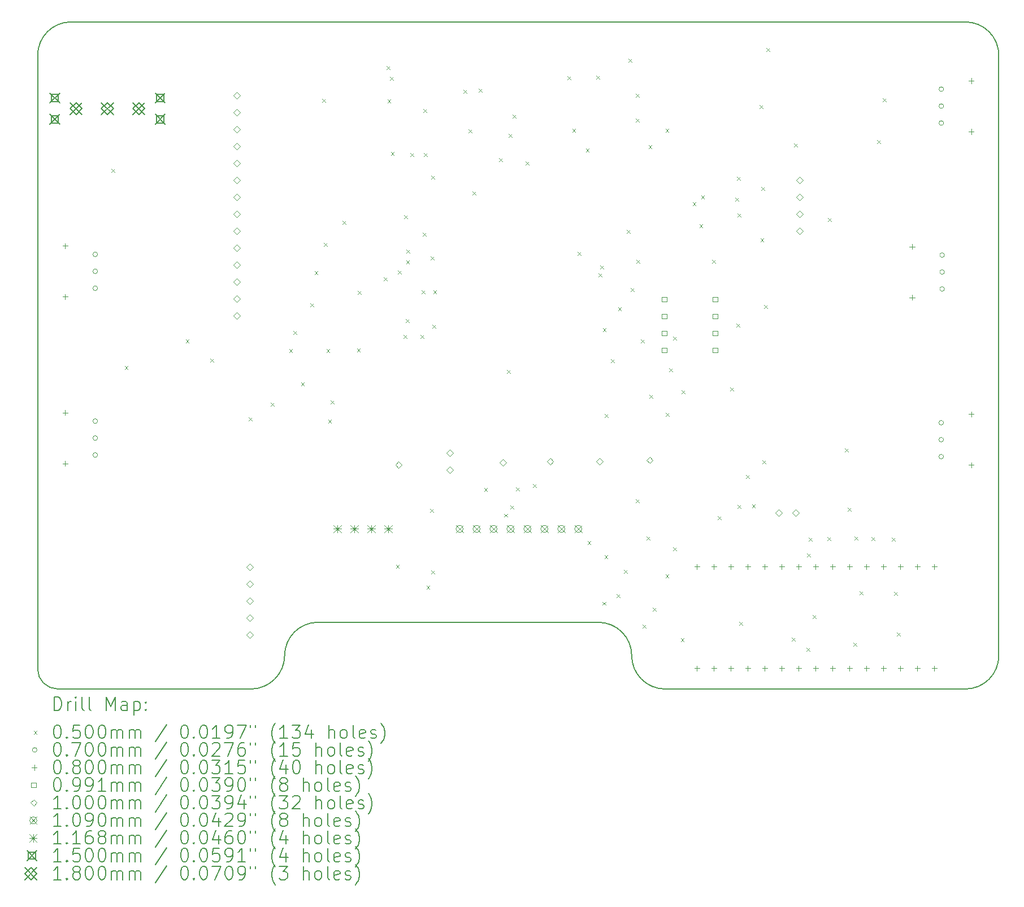
<source format=gbr>
%TF.GenerationSoftware,KiCad,Pcbnew,(6.0.7-1)-1*%
%TF.CreationDate,2022-12-01T13:22:50-08:00*%
%TF.ProjectId,UrbanSteering,55726261-6e53-4746-9565-72696e672e6b,rev?*%
%TF.SameCoordinates,Original*%
%TF.FileFunction,Drillmap*%
%TF.FilePolarity,Positive*%
%FSLAX45Y45*%
G04 Gerber Fmt 4.5, Leading zero omitted, Abs format (unit mm)*
G04 Created by KiCad (PCBNEW (6.0.7-1)-1) date 2022-12-01 13:22:50*
%MOMM*%
%LPD*%
G01*
G04 APERTURE LIST*
%ADD10C,0.200000*%
%ADD11C,0.050000*%
%ADD12C,0.070000*%
%ADD13C,0.080000*%
%ADD14C,0.099060*%
%ADD15C,0.100000*%
%ADD16C,0.109000*%
%ADD17C,0.116840*%
%ADD18C,0.150000*%
%ADD19C,0.180000*%
G04 APERTURE END LIST*
D10*
X13200000Y-15000000D02*
X10300000Y-15000000D01*
X13200000Y-15000000D02*
G75*
G03*
X13700000Y-14500000I-5738J505738D01*
G01*
X10500000Y-5000000D02*
G75*
G03*
X10000000Y-5500000I0J-500000D01*
G01*
X10000000Y-14700000D02*
G75*
G03*
X10300000Y-15000000I300000J0D01*
G01*
X23900000Y-15000000D02*
X19400000Y-15000000D01*
X14200000Y-14000000D02*
X18400000Y-14000000D01*
X14200000Y-14000000D02*
G75*
G03*
X13700000Y-14500000I0J-500000D01*
G01*
X10000000Y-14700000D02*
X10000000Y-5500000D01*
X24400000Y-14500000D02*
X24400000Y-5500000D01*
X24400000Y-5500000D02*
G75*
G03*
X23900000Y-5000000I-500000J0D01*
G01*
D11*
X13700000Y-14500000D02*
X13700000Y-14500000D01*
D10*
X18900000Y-14500000D02*
G75*
G03*
X18400000Y-14000000I-500000J0D01*
G01*
X23900000Y-15000000D02*
G75*
G03*
X24400000Y-14500000I0J500000D01*
G01*
X18900000Y-14500000D02*
G75*
G03*
X19400000Y-15000000I500000J0D01*
G01*
X10500000Y-5000000D02*
X23900000Y-5000000D01*
D11*
X11104918Y-7206634D02*
X11154918Y-7256634D01*
X11154918Y-7206634D02*
X11104918Y-7256634D01*
X11303038Y-10158114D02*
X11353038Y-10208114D01*
X11353038Y-10158114D02*
X11303038Y-10208114D01*
X12217438Y-9761874D02*
X12267438Y-9811874D01*
X12267438Y-9761874D02*
X12217438Y-9811874D01*
X12588278Y-10051434D02*
X12638278Y-10101434D01*
X12638278Y-10051434D02*
X12588278Y-10101434D01*
X13162318Y-10925194D02*
X13212318Y-10975194D01*
X13212318Y-10925194D02*
X13162318Y-10975194D01*
X13492518Y-10706754D02*
X13542518Y-10756754D01*
X13542518Y-10706754D02*
X13492518Y-10756754D01*
X13766838Y-9904114D02*
X13816838Y-9954114D01*
X13816838Y-9904114D02*
X13766838Y-9954114D01*
X13832878Y-9634874D02*
X13882878Y-9684874D01*
X13882878Y-9634874D02*
X13832878Y-9684874D01*
X13944638Y-10407034D02*
X13994638Y-10457034D01*
X13994638Y-10407034D02*
X13944638Y-10457034D01*
X14086878Y-9218314D02*
X14136878Y-9268314D01*
X14136878Y-9218314D02*
X14086878Y-9268314D01*
X14147838Y-8735714D02*
X14197838Y-8785714D01*
X14197838Y-8735714D02*
X14147838Y-8785714D01*
X14259598Y-6155074D02*
X14309598Y-6205074D01*
X14309598Y-6155074D02*
X14259598Y-6205074D01*
X14290078Y-8314074D02*
X14340078Y-8364074D01*
X14340078Y-8314074D02*
X14290078Y-8364074D01*
X14325638Y-9904114D02*
X14375638Y-9954114D01*
X14375638Y-9904114D02*
X14325638Y-9954114D01*
X14351038Y-10965834D02*
X14401038Y-11015834D01*
X14401038Y-10965834D02*
X14351038Y-11015834D01*
X14391678Y-10671194D02*
X14441678Y-10721194D01*
X14441678Y-10671194D02*
X14391678Y-10721194D01*
X14564398Y-7978794D02*
X14614398Y-8028794D01*
X14614398Y-7978794D02*
X14564398Y-8028794D01*
X14782838Y-9893954D02*
X14832838Y-9943954D01*
X14832838Y-9893954D02*
X14782838Y-9943954D01*
X14792998Y-9030354D02*
X14842998Y-9080354D01*
X14842998Y-9030354D02*
X14792998Y-9080354D01*
X15184158Y-8832234D02*
X15234158Y-8882234D01*
X15234158Y-8832234D02*
X15184158Y-8882234D01*
X15229878Y-5662314D02*
X15279878Y-5712314D01*
X15279878Y-5662314D02*
X15229878Y-5712314D01*
X15240038Y-6165234D02*
X15290038Y-6215234D01*
X15290038Y-6165234D02*
X15240038Y-6215234D01*
X15280678Y-5819794D02*
X15330678Y-5869794D01*
X15330678Y-5819794D02*
X15280678Y-5869794D01*
X15290838Y-6947554D02*
X15340838Y-6997554D01*
X15340838Y-6947554D02*
X15290838Y-6997554D01*
X15367038Y-13134994D02*
X15417038Y-13184994D01*
X15417038Y-13134994D02*
X15367038Y-13184994D01*
X15399613Y-8727649D02*
X15449613Y-8777649D01*
X15449613Y-8727649D02*
X15399613Y-8777649D01*
X15483878Y-9690754D02*
X15533878Y-9740754D01*
X15533878Y-9690754D02*
X15483878Y-9740754D01*
X15491189Y-7899745D02*
X15541189Y-7949745D01*
X15541189Y-7899745D02*
X15491189Y-7949745D01*
X15514358Y-9451994D02*
X15564358Y-9501994D01*
X15564358Y-9451994D02*
X15514358Y-9501994D01*
X15519438Y-8573154D02*
X15569438Y-8623154D01*
X15569438Y-8573154D02*
X15519438Y-8623154D01*
X15526168Y-8415674D02*
X15576168Y-8465674D01*
X15576168Y-8415674D02*
X15526168Y-8465674D01*
X15580398Y-6962794D02*
X15630398Y-7012794D01*
X15630398Y-6962794D02*
X15580398Y-7012794D01*
X15737878Y-9690754D02*
X15787878Y-9740754D01*
X15787878Y-9690754D02*
X15737878Y-9740754D01*
X15749356Y-9019729D02*
X15799356Y-9069729D01*
X15799356Y-9019729D02*
X15749356Y-9069729D01*
X15768358Y-8156594D02*
X15818358Y-8206594D01*
X15818358Y-8156594D02*
X15768358Y-8206594D01*
X15778518Y-6302394D02*
X15828518Y-6352394D01*
X15828518Y-6302394D02*
X15778518Y-6352394D01*
X15788678Y-6962794D02*
X15838678Y-7012794D01*
X15838678Y-6962794D02*
X15788678Y-7012794D01*
X15824238Y-13455034D02*
X15874238Y-13505034D01*
X15874238Y-13455034D02*
X15824238Y-13505034D01*
X15880118Y-12301874D02*
X15930118Y-12351874D01*
X15930118Y-12301874D02*
X15880118Y-12351874D01*
X15885198Y-8512194D02*
X15935198Y-8562194D01*
X15935198Y-8512194D02*
X15885198Y-8562194D01*
X15895358Y-7308234D02*
X15945358Y-7358234D01*
X15945358Y-7308234D02*
X15895358Y-7358234D01*
X15895358Y-13221354D02*
X15945358Y-13271354D01*
X15945358Y-13221354D02*
X15895358Y-13271354D01*
X15910598Y-9543434D02*
X15960598Y-9593434D01*
X15960598Y-9543434D02*
X15910598Y-9593434D01*
X15925838Y-9025274D02*
X15975838Y-9075274D01*
X15975838Y-9025274D02*
X15925838Y-9075274D01*
X16380929Y-6016504D02*
X16430929Y-6066504D01*
X16430929Y-6016504D02*
X16380929Y-6066504D01*
X16454158Y-6612274D02*
X16504158Y-6662274D01*
X16504158Y-6612274D02*
X16454158Y-6662274D01*
X16513598Y-7542474D02*
X16563598Y-7592474D01*
X16563598Y-7542474D02*
X16513598Y-7592474D01*
X16605207Y-5998945D02*
X16655207Y-6048945D01*
X16655207Y-5998945D02*
X16605207Y-6048945D01*
X16687838Y-11986914D02*
X16737838Y-12036914D01*
X16737838Y-11986914D02*
X16687838Y-12036914D01*
X16913598Y-7042474D02*
X16963598Y-7092474D01*
X16963598Y-7042474D02*
X16913598Y-7092474D01*
X16987558Y-12371874D02*
X17037558Y-12421874D01*
X17037558Y-12371874D02*
X16987558Y-12421874D01*
X17028198Y-10213994D02*
X17078198Y-10263994D01*
X17078198Y-10213994D02*
X17028198Y-10263994D01*
X17053598Y-6680024D02*
X17103598Y-6730024D01*
X17103598Y-6680024D02*
X17053598Y-6730024D01*
X17084078Y-12245994D02*
X17134078Y-12295994D01*
X17134078Y-12245994D02*
X17084078Y-12295994D01*
X17113598Y-6392474D02*
X17163598Y-6442474D01*
X17163598Y-6392474D02*
X17113598Y-6442474D01*
X17165358Y-11976754D02*
X17215358Y-12026754D01*
X17215358Y-11976754D02*
X17165358Y-12026754D01*
X17313598Y-7092474D02*
X17363598Y-7142474D01*
X17363598Y-7092474D02*
X17313598Y-7142474D01*
X17419358Y-11925954D02*
X17469358Y-11975954D01*
X17469358Y-11925954D02*
X17419358Y-11975954D01*
X17937518Y-5814714D02*
X17987518Y-5864714D01*
X17987518Y-5814714D02*
X17937518Y-5864714D01*
X18008638Y-6602114D02*
X18058638Y-6652114D01*
X18058638Y-6602114D02*
X18008638Y-6652114D01*
X18089918Y-8451234D02*
X18139918Y-8501234D01*
X18139918Y-8451234D02*
X18089918Y-8501234D01*
X18211838Y-6901834D02*
X18261838Y-6951834D01*
X18261838Y-6901834D02*
X18211838Y-6951834D01*
X18237238Y-12779394D02*
X18287238Y-12829394D01*
X18287238Y-12779394D02*
X18237238Y-12829394D01*
X18369318Y-5804554D02*
X18419318Y-5854554D01*
X18419318Y-5804554D02*
X18369318Y-5854554D01*
X18403735Y-8771453D02*
X18453735Y-8821453D01*
X18453735Y-8771453D02*
X18403735Y-8821453D01*
X18430278Y-8649354D02*
X18480278Y-8699354D01*
X18480278Y-8649354D02*
X18430278Y-8699354D01*
X18463598Y-13692474D02*
X18513598Y-13742474D01*
X18513598Y-13692474D02*
X18463598Y-13742474D01*
X18465838Y-9594234D02*
X18515838Y-9644234D01*
X18515838Y-9594234D02*
X18465838Y-9644234D01*
X18491238Y-12992754D02*
X18541238Y-13042754D01*
X18541238Y-12992754D02*
X18491238Y-13042754D01*
X18496318Y-10879474D02*
X18546318Y-10929474D01*
X18546318Y-10879474D02*
X18496318Y-10929474D01*
X18587758Y-10056514D02*
X18637758Y-10106514D01*
X18637758Y-10056514D02*
X18587758Y-10106514D01*
X18674118Y-13582034D02*
X18724118Y-13632034D01*
X18724118Y-13582034D02*
X18674118Y-13632034D01*
X18694438Y-9279274D02*
X18744438Y-9329274D01*
X18744438Y-9279274D02*
X18694438Y-9329274D01*
X18785878Y-13211194D02*
X18835878Y-13261194D01*
X18835878Y-13211194D02*
X18785878Y-13261194D01*
X18826518Y-8115954D02*
X18876518Y-8165954D01*
X18876518Y-8115954D02*
X18826518Y-8165954D01*
X18851918Y-5555634D02*
X18901918Y-5605634D01*
X18901918Y-5555634D02*
X18851918Y-5605634D01*
X18882398Y-8989714D02*
X18932398Y-9039714D01*
X18932398Y-8989714D02*
X18882398Y-9039714D01*
X18958598Y-6078874D02*
X19008598Y-6128874D01*
X19008598Y-6078874D02*
X18958598Y-6128874D01*
X18958598Y-6453144D02*
X19008598Y-6503144D01*
X19008598Y-6453144D02*
X18958598Y-6503144D01*
X18963678Y-12159634D02*
X19013678Y-12209634D01*
X19013678Y-12159634D02*
X18963678Y-12209634D01*
X18968758Y-8568074D02*
X19018758Y-8618074D01*
X19018758Y-8568074D02*
X18968758Y-8618074D01*
X19034798Y-9761874D02*
X19084798Y-9811874D01*
X19084798Y-9761874D02*
X19034798Y-9811874D01*
X19060198Y-14039234D02*
X19110198Y-14089234D01*
X19110198Y-14039234D02*
X19060198Y-14089234D01*
X19121158Y-12713354D02*
X19171158Y-12763354D01*
X19171158Y-12713354D02*
X19121158Y-12763354D01*
X19151638Y-6851034D02*
X19201638Y-6901034D01*
X19201638Y-6851034D02*
X19151638Y-6901034D01*
X19167323Y-10590359D02*
X19217323Y-10640359D01*
X19217323Y-10590359D02*
X19167323Y-10640359D01*
X19212598Y-13785234D02*
X19262598Y-13835234D01*
X19262598Y-13785234D02*
X19212598Y-13835234D01*
X19405638Y-6602114D02*
X19455638Y-6652114D01*
X19455638Y-6602114D02*
X19405638Y-6652114D01*
X19405638Y-13282314D02*
X19455638Y-13332314D01*
X19455638Y-13282314D02*
X19405638Y-13332314D01*
X19410718Y-10864234D02*
X19460718Y-10914234D01*
X19460718Y-10864234D02*
X19410718Y-10914234D01*
X19461518Y-10193674D02*
X19511518Y-10243674D01*
X19511518Y-10193674D02*
X19461518Y-10243674D01*
X19517398Y-9716154D02*
X19567398Y-9766154D01*
X19567398Y-9716154D02*
X19517398Y-9766154D01*
X19517398Y-12875914D02*
X19567398Y-12925914D01*
X19567398Y-12875914D02*
X19517398Y-12925914D01*
X19634238Y-14237354D02*
X19684238Y-14287354D01*
X19684238Y-14237354D02*
X19634238Y-14287354D01*
X19644398Y-10518794D02*
X19694398Y-10568794D01*
X19694398Y-10518794D02*
X19644398Y-10568794D01*
X19812038Y-7704474D02*
X19862038Y-7754474D01*
X19862038Y-7704474D02*
X19812038Y-7754474D01*
X19913638Y-8029594D02*
X19963638Y-8079594D01*
X19963638Y-8029594D02*
X19913638Y-8079594D01*
X19939038Y-7597794D02*
X19989038Y-7647794D01*
X19989038Y-7597794D02*
X19939038Y-7647794D01*
X20101598Y-8568074D02*
X20151598Y-8618074D01*
X20151598Y-8568074D02*
X20101598Y-8618074D01*
X20187958Y-12413634D02*
X20237958Y-12463634D01*
X20237958Y-12413634D02*
X20187958Y-12463634D01*
X20375918Y-10483234D02*
X20425918Y-10533234D01*
X20425918Y-10483234D02*
X20375918Y-10533234D01*
X20452118Y-7638434D02*
X20502118Y-7688434D01*
X20502118Y-7638434D02*
X20452118Y-7688434D01*
X20467358Y-9523114D02*
X20517358Y-9573114D01*
X20517358Y-9523114D02*
X20467358Y-9573114D01*
X20477518Y-7318394D02*
X20527518Y-7368394D01*
X20527518Y-7318394D02*
X20477518Y-7368394D01*
X20487678Y-7872114D02*
X20537678Y-7922114D01*
X20537678Y-7872114D02*
X20487678Y-7922114D01*
X20487678Y-12237524D02*
X20537678Y-12287524D01*
X20537678Y-12237524D02*
X20487678Y-12287524D01*
X20513598Y-13992474D02*
X20563598Y-14042474D01*
X20563598Y-13992474D02*
X20513598Y-14042474D01*
X20614678Y-11793874D02*
X20664678Y-11843874D01*
X20664678Y-11793874D02*
X20614678Y-11843874D01*
X20701038Y-12232524D02*
X20751038Y-12282524D01*
X20751038Y-12232524D02*
X20701038Y-12282524D01*
X20817878Y-6246514D02*
X20867878Y-6296514D01*
X20867878Y-6246514D02*
X20817878Y-6296514D01*
X20828038Y-8248034D02*
X20878038Y-8298034D01*
X20878038Y-8248034D02*
X20828038Y-8298034D01*
X20838198Y-7470794D02*
X20888198Y-7520794D01*
X20888198Y-7470794D02*
X20838198Y-7520794D01*
X20858518Y-11575434D02*
X20908518Y-11625434D01*
X20908518Y-11575434D02*
X20858518Y-11625434D01*
X20883918Y-9243714D02*
X20933918Y-9293714D01*
X20933918Y-9243714D02*
X20883918Y-9293714D01*
X20914297Y-5393173D02*
X20964297Y-5443173D01*
X20964297Y-5393173D02*
X20914297Y-5443173D01*
X21295398Y-14232274D02*
X21345398Y-14282274D01*
X21345398Y-14232274D02*
X21295398Y-14282274D01*
X21330958Y-6820554D02*
X21380958Y-6870554D01*
X21380958Y-6820554D02*
X21330958Y-6870554D01*
X21518918Y-14379594D02*
X21568918Y-14429594D01*
X21568918Y-14379594D02*
X21518918Y-14429594D01*
X21523998Y-12972434D02*
X21573998Y-13022434D01*
X21573998Y-12972434D02*
X21523998Y-13022434D01*
X21554478Y-12733674D02*
X21604478Y-12783674D01*
X21604478Y-12733674D02*
X21554478Y-12783674D01*
X21610358Y-13891914D02*
X21660358Y-13941914D01*
X21660358Y-13891914D02*
X21610358Y-13941914D01*
X21833878Y-12723514D02*
X21883878Y-12773514D01*
X21883878Y-12723514D02*
X21833878Y-12773514D01*
X21840381Y-7936731D02*
X21890381Y-7986731D01*
X21890381Y-7936731D02*
X21840381Y-7986731D01*
X22092958Y-11392554D02*
X22142958Y-11442554D01*
X22142958Y-11392554D02*
X22092958Y-11442554D01*
X22138678Y-12286634D02*
X22188678Y-12336634D01*
X22188678Y-12286634D02*
X22138678Y-12336634D01*
X22219958Y-14308474D02*
X22269958Y-14358474D01*
X22269958Y-14308474D02*
X22219958Y-14358474D01*
X22240278Y-12718434D02*
X22290278Y-12768434D01*
X22290278Y-12718434D02*
X22240278Y-12768434D01*
X22316478Y-13536314D02*
X22366478Y-13586314D01*
X22366478Y-13536314D02*
X22316478Y-13586314D01*
X22489198Y-12723514D02*
X22539198Y-12773514D01*
X22539198Y-12723514D02*
X22489198Y-12773514D01*
X22575558Y-6774834D02*
X22625558Y-6824834D01*
X22625558Y-6774834D02*
X22575558Y-6824834D01*
X22663598Y-6142474D02*
X22713598Y-6192474D01*
X22713598Y-6142474D02*
X22663598Y-6192474D01*
X22799078Y-12728594D02*
X22849078Y-12778594D01*
X22849078Y-12728594D02*
X22799078Y-12778594D01*
X22829558Y-13541394D02*
X22879558Y-13591394D01*
X22879558Y-13541394D02*
X22829558Y-13591394D01*
X22870198Y-14150994D02*
X22920198Y-14200994D01*
X22920198Y-14150994D02*
X22870198Y-14200994D01*
D12*
X10897000Y-8484000D02*
G75*
G03*
X10897000Y-8484000I-35000J0D01*
G01*
X10897000Y-8738000D02*
G75*
G03*
X10897000Y-8738000I-35000J0D01*
G01*
X10897000Y-8992000D02*
G75*
G03*
X10897000Y-8992000I-35000J0D01*
G01*
X10897000Y-10984000D02*
G75*
G03*
X10897000Y-10984000I-35000J0D01*
G01*
X10897000Y-11238000D02*
G75*
G03*
X10897000Y-11238000I-35000J0D01*
G01*
X10897000Y-11492000D02*
G75*
G03*
X10897000Y-11492000I-35000J0D01*
G01*
X23573000Y-6008000D02*
G75*
G03*
X23573000Y-6008000I-35000J0D01*
G01*
X23573000Y-6262000D02*
G75*
G03*
X23573000Y-6262000I-35000J0D01*
G01*
X23573000Y-6516000D02*
G75*
G03*
X23573000Y-6516000I-35000J0D01*
G01*
X23573000Y-11008000D02*
G75*
G03*
X23573000Y-11008000I-35000J0D01*
G01*
X23573000Y-11262000D02*
G75*
G03*
X23573000Y-11262000I-35000J0D01*
G01*
X23573000Y-11516000D02*
G75*
G03*
X23573000Y-11516000I-35000J0D01*
G01*
X23585000Y-8496000D02*
G75*
G03*
X23585000Y-8496000I-35000J0D01*
G01*
X23585000Y-8750000D02*
G75*
G03*
X23585000Y-8750000I-35000J0D01*
G01*
X23585000Y-9004000D02*
G75*
G03*
X23585000Y-9004000I-35000J0D01*
G01*
D13*
X10412000Y-8317000D02*
X10412000Y-8397000D01*
X10372000Y-8357000D02*
X10452000Y-8357000D01*
X10412000Y-9079000D02*
X10412000Y-9159000D01*
X10372000Y-9119000D02*
X10452000Y-9119000D01*
X10412000Y-10817000D02*
X10412000Y-10897000D01*
X10372000Y-10857000D02*
X10452000Y-10857000D01*
X10412000Y-11579000D02*
X10412000Y-11659000D01*
X10372000Y-11619000D02*
X10452000Y-11619000D01*
X19879000Y-13126000D02*
X19879000Y-13206000D01*
X19839000Y-13166000D02*
X19919000Y-13166000D01*
X19879000Y-14650000D02*
X19879000Y-14730000D01*
X19839000Y-14690000D02*
X19919000Y-14690000D01*
X20133000Y-13126000D02*
X20133000Y-13206000D01*
X20093000Y-13166000D02*
X20173000Y-13166000D01*
X20133000Y-14650000D02*
X20133000Y-14730000D01*
X20093000Y-14690000D02*
X20173000Y-14690000D01*
X20387000Y-13126000D02*
X20387000Y-13206000D01*
X20347000Y-13166000D02*
X20427000Y-13166000D01*
X20387000Y-14650000D02*
X20387000Y-14730000D01*
X20347000Y-14690000D02*
X20427000Y-14690000D01*
X20641000Y-13126000D02*
X20641000Y-13206000D01*
X20601000Y-13166000D02*
X20681000Y-13166000D01*
X20641000Y-14650000D02*
X20641000Y-14730000D01*
X20601000Y-14690000D02*
X20681000Y-14690000D01*
X20895000Y-13126000D02*
X20895000Y-13206000D01*
X20855000Y-13166000D02*
X20935000Y-13166000D01*
X20895000Y-14650000D02*
X20895000Y-14730000D01*
X20855000Y-14690000D02*
X20935000Y-14690000D01*
X21149000Y-13126000D02*
X21149000Y-13206000D01*
X21109000Y-13166000D02*
X21189000Y-13166000D01*
X21149000Y-14650000D02*
X21149000Y-14730000D01*
X21109000Y-14690000D02*
X21189000Y-14690000D01*
X21403000Y-13126000D02*
X21403000Y-13206000D01*
X21363000Y-13166000D02*
X21443000Y-13166000D01*
X21403000Y-14650000D02*
X21403000Y-14730000D01*
X21363000Y-14690000D02*
X21443000Y-14690000D01*
X21657000Y-13126000D02*
X21657000Y-13206000D01*
X21617000Y-13166000D02*
X21697000Y-13166000D01*
X21657000Y-14650000D02*
X21657000Y-14730000D01*
X21617000Y-14690000D02*
X21697000Y-14690000D01*
X21911000Y-13126000D02*
X21911000Y-13206000D01*
X21871000Y-13166000D02*
X21951000Y-13166000D01*
X21911000Y-14650000D02*
X21911000Y-14730000D01*
X21871000Y-14690000D02*
X21951000Y-14690000D01*
X22165000Y-13126000D02*
X22165000Y-13206000D01*
X22125000Y-13166000D02*
X22205000Y-13166000D01*
X22165000Y-14650000D02*
X22165000Y-14730000D01*
X22125000Y-14690000D02*
X22205000Y-14690000D01*
X22419000Y-13126000D02*
X22419000Y-13206000D01*
X22379000Y-13166000D02*
X22459000Y-13166000D01*
X22419000Y-14650000D02*
X22419000Y-14730000D01*
X22379000Y-14690000D02*
X22459000Y-14690000D01*
X22673000Y-13126000D02*
X22673000Y-13206000D01*
X22633000Y-13166000D02*
X22713000Y-13166000D01*
X22673000Y-14650000D02*
X22673000Y-14730000D01*
X22633000Y-14690000D02*
X22713000Y-14690000D01*
X22927000Y-13126000D02*
X22927000Y-13206000D01*
X22887000Y-13166000D02*
X22967000Y-13166000D01*
X22927000Y-14650000D02*
X22927000Y-14730000D01*
X22887000Y-14690000D02*
X22967000Y-14690000D01*
X23100000Y-8329000D02*
X23100000Y-8409000D01*
X23060000Y-8369000D02*
X23140000Y-8369000D01*
X23100000Y-9091000D02*
X23100000Y-9171000D01*
X23060000Y-9131000D02*
X23140000Y-9131000D01*
X23181000Y-13126000D02*
X23181000Y-13206000D01*
X23141000Y-13166000D02*
X23221000Y-13166000D01*
X23181000Y-14650000D02*
X23181000Y-14730000D01*
X23141000Y-14690000D02*
X23221000Y-14690000D01*
X23435000Y-13126000D02*
X23435000Y-13206000D01*
X23395000Y-13166000D02*
X23475000Y-13166000D01*
X23435000Y-14650000D02*
X23435000Y-14730000D01*
X23395000Y-14690000D02*
X23475000Y-14690000D01*
X23988000Y-5841000D02*
X23988000Y-5921000D01*
X23948000Y-5881000D02*
X24028000Y-5881000D01*
X23988000Y-6603000D02*
X23988000Y-6683000D01*
X23948000Y-6643000D02*
X24028000Y-6643000D01*
X23988000Y-10841000D02*
X23988000Y-10921000D01*
X23948000Y-10881000D02*
X24028000Y-10881000D01*
X23988000Y-11603000D02*
X23988000Y-11683000D01*
X23948000Y-11643000D02*
X24028000Y-11643000D01*
D14*
X19422621Y-9191497D02*
X19422621Y-9121451D01*
X19352575Y-9121451D01*
X19352575Y-9191497D01*
X19422621Y-9191497D01*
X19422621Y-9445497D02*
X19422621Y-9375451D01*
X19352575Y-9375451D01*
X19352575Y-9445497D01*
X19422621Y-9445497D01*
X19422621Y-9699497D02*
X19422621Y-9629451D01*
X19352575Y-9629451D01*
X19352575Y-9699497D01*
X19422621Y-9699497D01*
X19422621Y-9953497D02*
X19422621Y-9883451D01*
X19352575Y-9883451D01*
X19352575Y-9953497D01*
X19422621Y-9953497D01*
X20184621Y-9191497D02*
X20184621Y-9121451D01*
X20114575Y-9121451D01*
X20114575Y-9191497D01*
X20184621Y-9191497D01*
X20184621Y-9445497D02*
X20184621Y-9375451D01*
X20114575Y-9375451D01*
X20114575Y-9445497D01*
X20184621Y-9445497D01*
X20184621Y-9699497D02*
X20184621Y-9629451D01*
X20114575Y-9629451D01*
X20114575Y-9699497D01*
X20184621Y-9699497D01*
X20184621Y-9953497D02*
X20184621Y-9883451D01*
X20114575Y-9883451D01*
X20114575Y-9953497D01*
X20184621Y-9953497D01*
D15*
X12985000Y-6150000D02*
X13035000Y-6100000D01*
X12985000Y-6050000D01*
X12935000Y-6100000D01*
X12985000Y-6150000D01*
X12985000Y-6404000D02*
X13035000Y-6354000D01*
X12985000Y-6304000D01*
X12935000Y-6354000D01*
X12985000Y-6404000D01*
X12985000Y-6658000D02*
X13035000Y-6608000D01*
X12985000Y-6558000D01*
X12935000Y-6608000D01*
X12985000Y-6658000D01*
X12985000Y-6912000D02*
X13035000Y-6862000D01*
X12985000Y-6812000D01*
X12935000Y-6862000D01*
X12985000Y-6912000D01*
X12985000Y-7166000D02*
X13035000Y-7116000D01*
X12985000Y-7066000D01*
X12935000Y-7116000D01*
X12985000Y-7166000D01*
X12985000Y-7420000D02*
X13035000Y-7370000D01*
X12985000Y-7320000D01*
X12935000Y-7370000D01*
X12985000Y-7420000D01*
X12985000Y-7674000D02*
X13035000Y-7624000D01*
X12985000Y-7574000D01*
X12935000Y-7624000D01*
X12985000Y-7674000D01*
X12985000Y-7928000D02*
X13035000Y-7878000D01*
X12985000Y-7828000D01*
X12935000Y-7878000D01*
X12985000Y-7928000D01*
X12985000Y-8182000D02*
X13035000Y-8132000D01*
X12985000Y-8082000D01*
X12935000Y-8132000D01*
X12985000Y-8182000D01*
X12985000Y-8436000D02*
X13035000Y-8386000D01*
X12985000Y-8336000D01*
X12935000Y-8386000D01*
X12985000Y-8436000D01*
X12985000Y-8690000D02*
X13035000Y-8640000D01*
X12985000Y-8590000D01*
X12935000Y-8640000D01*
X12985000Y-8690000D01*
X12985000Y-8944000D02*
X13035000Y-8894000D01*
X12985000Y-8844000D01*
X12935000Y-8894000D01*
X12985000Y-8944000D01*
X12985000Y-9198000D02*
X13035000Y-9148000D01*
X12985000Y-9098000D01*
X12935000Y-9148000D01*
X12985000Y-9198000D01*
X12985000Y-9452000D02*
X13035000Y-9402000D01*
X12985000Y-9352000D01*
X12935000Y-9402000D01*
X12985000Y-9452000D01*
X13180000Y-13225000D02*
X13230000Y-13175000D01*
X13180000Y-13125000D01*
X13130000Y-13175000D01*
X13180000Y-13225000D01*
X13180000Y-13479000D02*
X13230000Y-13429000D01*
X13180000Y-13379000D01*
X13130000Y-13429000D01*
X13180000Y-13479000D01*
X13180000Y-13733000D02*
X13230000Y-13683000D01*
X13180000Y-13633000D01*
X13130000Y-13683000D01*
X13180000Y-13733000D01*
X13180000Y-13987000D02*
X13230000Y-13937000D01*
X13180000Y-13887000D01*
X13130000Y-13937000D01*
X13180000Y-13987000D01*
X13180000Y-14241000D02*
X13230000Y-14191000D01*
X13180000Y-14141000D01*
X13130000Y-14191000D01*
X13180000Y-14241000D01*
X15408598Y-11687474D02*
X15458598Y-11637474D01*
X15408598Y-11587474D01*
X15358598Y-11637474D01*
X15408598Y-11687474D01*
X16178598Y-11510974D02*
X16228598Y-11460974D01*
X16178598Y-11410974D01*
X16128598Y-11460974D01*
X16178598Y-11510974D01*
X16178598Y-11764974D02*
X16228598Y-11714974D01*
X16178598Y-11664974D01*
X16128598Y-11714974D01*
X16178598Y-11764974D01*
X16968598Y-11657474D02*
X17018598Y-11607474D01*
X16968598Y-11557474D01*
X16918598Y-11607474D01*
X16968598Y-11657474D01*
X17678598Y-11637474D02*
X17728598Y-11587474D01*
X17678598Y-11537474D01*
X17628598Y-11587474D01*
X17678598Y-11637474D01*
X18418598Y-11637474D02*
X18468598Y-11587474D01*
X18418598Y-11537474D01*
X18368598Y-11587474D01*
X18418598Y-11637474D01*
X19168598Y-11617474D02*
X19218598Y-11567474D01*
X19168598Y-11517474D01*
X19118598Y-11567474D01*
X19168598Y-11617474D01*
X21101098Y-12407474D02*
X21151098Y-12357474D01*
X21101098Y-12307474D01*
X21051098Y-12357474D01*
X21101098Y-12407474D01*
X21355098Y-12407474D02*
X21405098Y-12357474D01*
X21355098Y-12307474D01*
X21305098Y-12357474D01*
X21355098Y-12407474D01*
X21415000Y-7420000D02*
X21465000Y-7370000D01*
X21415000Y-7320000D01*
X21365000Y-7370000D01*
X21415000Y-7420000D01*
X21415000Y-7674000D02*
X21465000Y-7624000D01*
X21415000Y-7574000D01*
X21365000Y-7624000D01*
X21415000Y-7674000D01*
X21415000Y-7928000D02*
X21465000Y-7878000D01*
X21415000Y-7828000D01*
X21365000Y-7878000D01*
X21415000Y-7928000D01*
X21415000Y-8182000D02*
X21465000Y-8132000D01*
X21415000Y-8082000D01*
X21365000Y-8132000D01*
X21415000Y-8182000D01*
D16*
X16267500Y-12545500D02*
X16376500Y-12654500D01*
X16376500Y-12545500D02*
X16267500Y-12654500D01*
X16376500Y-12600000D02*
G75*
G03*
X16376500Y-12600000I-54500J0D01*
G01*
X16521500Y-12545500D02*
X16630500Y-12654500D01*
X16630500Y-12545500D02*
X16521500Y-12654500D01*
X16630500Y-12600000D02*
G75*
G03*
X16630500Y-12600000I-54500J0D01*
G01*
X16775500Y-12545500D02*
X16884500Y-12654500D01*
X16884500Y-12545500D02*
X16775500Y-12654500D01*
X16884500Y-12600000D02*
G75*
G03*
X16884500Y-12600000I-54500J0D01*
G01*
X17029500Y-12545500D02*
X17138500Y-12654500D01*
X17138500Y-12545500D02*
X17029500Y-12654500D01*
X17138500Y-12600000D02*
G75*
G03*
X17138500Y-12600000I-54500J0D01*
G01*
X17283500Y-12545500D02*
X17392500Y-12654500D01*
X17392500Y-12545500D02*
X17283500Y-12654500D01*
X17392500Y-12600000D02*
G75*
G03*
X17392500Y-12600000I-54500J0D01*
G01*
X17537500Y-12545500D02*
X17646500Y-12654500D01*
X17646500Y-12545500D02*
X17537500Y-12654500D01*
X17646500Y-12600000D02*
G75*
G03*
X17646500Y-12600000I-54500J0D01*
G01*
X17791500Y-12545500D02*
X17900500Y-12654500D01*
X17900500Y-12545500D02*
X17791500Y-12654500D01*
X17900500Y-12600000D02*
G75*
G03*
X17900500Y-12600000I-54500J0D01*
G01*
X18045500Y-12545500D02*
X18154500Y-12654500D01*
X18154500Y-12545500D02*
X18045500Y-12654500D01*
X18154500Y-12600000D02*
G75*
G03*
X18154500Y-12600000I-54500J0D01*
G01*
D17*
X14429580Y-12541580D02*
X14546420Y-12658420D01*
X14546420Y-12541580D02*
X14429580Y-12658420D01*
X14488000Y-12541580D02*
X14488000Y-12658420D01*
X14429580Y-12600000D02*
X14546420Y-12600000D01*
X14683580Y-12541580D02*
X14800420Y-12658420D01*
X14800420Y-12541580D02*
X14683580Y-12658420D01*
X14742000Y-12541580D02*
X14742000Y-12658420D01*
X14683580Y-12600000D02*
X14800420Y-12600000D01*
X14937580Y-12541580D02*
X15054420Y-12658420D01*
X15054420Y-12541580D02*
X14937580Y-12658420D01*
X14996000Y-12541580D02*
X14996000Y-12658420D01*
X14937580Y-12600000D02*
X15054420Y-12600000D01*
X15191580Y-12541580D02*
X15308420Y-12658420D01*
X15308420Y-12541580D02*
X15191580Y-12658420D01*
X15250000Y-12541580D02*
X15250000Y-12658420D01*
X15191580Y-12600000D02*
X15308420Y-12600000D01*
D18*
X10180000Y-6065000D02*
X10330000Y-6215000D01*
X10330000Y-6065000D02*
X10180000Y-6215000D01*
X10308034Y-6193033D02*
X10308034Y-6086966D01*
X10201967Y-6086966D01*
X10201967Y-6193033D01*
X10308034Y-6193033D01*
X10180000Y-6385000D02*
X10330000Y-6535000D01*
X10330000Y-6385000D02*
X10180000Y-6535000D01*
X10308034Y-6513033D02*
X10308034Y-6406966D01*
X10201967Y-6406966D01*
X10201967Y-6513033D01*
X10308034Y-6513033D01*
X11760000Y-6065000D02*
X11910000Y-6215000D01*
X11910000Y-6065000D02*
X11760000Y-6215000D01*
X11888033Y-6193033D02*
X11888033Y-6086966D01*
X11781966Y-6086966D01*
X11781966Y-6193033D01*
X11888033Y-6193033D01*
X11760000Y-6385000D02*
X11910000Y-6535000D01*
X11910000Y-6385000D02*
X11760000Y-6535000D01*
X11888033Y-6513033D02*
X11888033Y-6406966D01*
X11781966Y-6406966D01*
X11781966Y-6513033D01*
X11888033Y-6513033D01*
D19*
X10485000Y-6210000D02*
X10665000Y-6390000D01*
X10665000Y-6210000D02*
X10485000Y-6390000D01*
X10575000Y-6390000D02*
X10665000Y-6300000D01*
X10575000Y-6210000D01*
X10485000Y-6300000D01*
X10575000Y-6390000D01*
X10955000Y-6210000D02*
X11135000Y-6390000D01*
X11135000Y-6210000D02*
X10955000Y-6390000D01*
X11045000Y-6390000D02*
X11135000Y-6300000D01*
X11045000Y-6210000D01*
X10955000Y-6300000D01*
X11045000Y-6390000D01*
X11425000Y-6210000D02*
X11605000Y-6390000D01*
X11605000Y-6210000D02*
X11425000Y-6390000D01*
X11515000Y-6390000D02*
X11605000Y-6300000D01*
X11515000Y-6210000D01*
X11425000Y-6300000D01*
X11515000Y-6390000D01*
D10*
X10247619Y-15320476D02*
X10247619Y-15120476D01*
X10295238Y-15120476D01*
X10323810Y-15130000D01*
X10342857Y-15149048D01*
X10352381Y-15168095D01*
X10361905Y-15206190D01*
X10361905Y-15234762D01*
X10352381Y-15272857D01*
X10342857Y-15291905D01*
X10323810Y-15310952D01*
X10295238Y-15320476D01*
X10247619Y-15320476D01*
X10447619Y-15320476D02*
X10447619Y-15187143D01*
X10447619Y-15225238D02*
X10457143Y-15206190D01*
X10466667Y-15196667D01*
X10485714Y-15187143D01*
X10504762Y-15187143D01*
X10571429Y-15320476D02*
X10571429Y-15187143D01*
X10571429Y-15120476D02*
X10561905Y-15130000D01*
X10571429Y-15139524D01*
X10580952Y-15130000D01*
X10571429Y-15120476D01*
X10571429Y-15139524D01*
X10695238Y-15320476D02*
X10676190Y-15310952D01*
X10666667Y-15291905D01*
X10666667Y-15120476D01*
X10800000Y-15320476D02*
X10780952Y-15310952D01*
X10771429Y-15291905D01*
X10771429Y-15120476D01*
X11028571Y-15320476D02*
X11028571Y-15120476D01*
X11095238Y-15263333D01*
X11161905Y-15120476D01*
X11161905Y-15320476D01*
X11342857Y-15320476D02*
X11342857Y-15215714D01*
X11333333Y-15196667D01*
X11314286Y-15187143D01*
X11276190Y-15187143D01*
X11257143Y-15196667D01*
X11342857Y-15310952D02*
X11323809Y-15320476D01*
X11276190Y-15320476D01*
X11257143Y-15310952D01*
X11247619Y-15291905D01*
X11247619Y-15272857D01*
X11257143Y-15253809D01*
X11276190Y-15244286D01*
X11323809Y-15244286D01*
X11342857Y-15234762D01*
X11438095Y-15187143D02*
X11438095Y-15387143D01*
X11438095Y-15196667D02*
X11457143Y-15187143D01*
X11495238Y-15187143D01*
X11514286Y-15196667D01*
X11523809Y-15206190D01*
X11533333Y-15225238D01*
X11533333Y-15282381D01*
X11523809Y-15301428D01*
X11514286Y-15310952D01*
X11495238Y-15320476D01*
X11457143Y-15320476D01*
X11438095Y-15310952D01*
X11619048Y-15301428D02*
X11628571Y-15310952D01*
X11619048Y-15320476D01*
X11609524Y-15310952D01*
X11619048Y-15301428D01*
X11619048Y-15320476D01*
X11619048Y-15196667D02*
X11628571Y-15206190D01*
X11619048Y-15215714D01*
X11609524Y-15206190D01*
X11619048Y-15196667D01*
X11619048Y-15215714D01*
D11*
X9940000Y-15625000D02*
X9990000Y-15675000D01*
X9990000Y-15625000D02*
X9940000Y-15675000D01*
D10*
X10285714Y-15540476D02*
X10304762Y-15540476D01*
X10323810Y-15550000D01*
X10333333Y-15559524D01*
X10342857Y-15578571D01*
X10352381Y-15616667D01*
X10352381Y-15664286D01*
X10342857Y-15702381D01*
X10333333Y-15721428D01*
X10323810Y-15730952D01*
X10304762Y-15740476D01*
X10285714Y-15740476D01*
X10266667Y-15730952D01*
X10257143Y-15721428D01*
X10247619Y-15702381D01*
X10238095Y-15664286D01*
X10238095Y-15616667D01*
X10247619Y-15578571D01*
X10257143Y-15559524D01*
X10266667Y-15550000D01*
X10285714Y-15540476D01*
X10438095Y-15721428D02*
X10447619Y-15730952D01*
X10438095Y-15740476D01*
X10428571Y-15730952D01*
X10438095Y-15721428D01*
X10438095Y-15740476D01*
X10628571Y-15540476D02*
X10533333Y-15540476D01*
X10523810Y-15635714D01*
X10533333Y-15626190D01*
X10552381Y-15616667D01*
X10600000Y-15616667D01*
X10619048Y-15626190D01*
X10628571Y-15635714D01*
X10638095Y-15654762D01*
X10638095Y-15702381D01*
X10628571Y-15721428D01*
X10619048Y-15730952D01*
X10600000Y-15740476D01*
X10552381Y-15740476D01*
X10533333Y-15730952D01*
X10523810Y-15721428D01*
X10761905Y-15540476D02*
X10780952Y-15540476D01*
X10800000Y-15550000D01*
X10809524Y-15559524D01*
X10819048Y-15578571D01*
X10828571Y-15616667D01*
X10828571Y-15664286D01*
X10819048Y-15702381D01*
X10809524Y-15721428D01*
X10800000Y-15730952D01*
X10780952Y-15740476D01*
X10761905Y-15740476D01*
X10742857Y-15730952D01*
X10733333Y-15721428D01*
X10723810Y-15702381D01*
X10714286Y-15664286D01*
X10714286Y-15616667D01*
X10723810Y-15578571D01*
X10733333Y-15559524D01*
X10742857Y-15550000D01*
X10761905Y-15540476D01*
X10952381Y-15540476D02*
X10971429Y-15540476D01*
X10990476Y-15550000D01*
X11000000Y-15559524D01*
X11009524Y-15578571D01*
X11019048Y-15616667D01*
X11019048Y-15664286D01*
X11009524Y-15702381D01*
X11000000Y-15721428D01*
X10990476Y-15730952D01*
X10971429Y-15740476D01*
X10952381Y-15740476D01*
X10933333Y-15730952D01*
X10923810Y-15721428D01*
X10914286Y-15702381D01*
X10904762Y-15664286D01*
X10904762Y-15616667D01*
X10914286Y-15578571D01*
X10923810Y-15559524D01*
X10933333Y-15550000D01*
X10952381Y-15540476D01*
X11104762Y-15740476D02*
X11104762Y-15607143D01*
X11104762Y-15626190D02*
X11114286Y-15616667D01*
X11133333Y-15607143D01*
X11161905Y-15607143D01*
X11180952Y-15616667D01*
X11190476Y-15635714D01*
X11190476Y-15740476D01*
X11190476Y-15635714D02*
X11200000Y-15616667D01*
X11219048Y-15607143D01*
X11247619Y-15607143D01*
X11266667Y-15616667D01*
X11276190Y-15635714D01*
X11276190Y-15740476D01*
X11371428Y-15740476D02*
X11371428Y-15607143D01*
X11371428Y-15626190D02*
X11380952Y-15616667D01*
X11400000Y-15607143D01*
X11428571Y-15607143D01*
X11447619Y-15616667D01*
X11457143Y-15635714D01*
X11457143Y-15740476D01*
X11457143Y-15635714D02*
X11466667Y-15616667D01*
X11485714Y-15607143D01*
X11514286Y-15607143D01*
X11533333Y-15616667D01*
X11542857Y-15635714D01*
X11542857Y-15740476D01*
X11933333Y-15530952D02*
X11761905Y-15788095D01*
X12190476Y-15540476D02*
X12209524Y-15540476D01*
X12228571Y-15550000D01*
X12238095Y-15559524D01*
X12247619Y-15578571D01*
X12257143Y-15616667D01*
X12257143Y-15664286D01*
X12247619Y-15702381D01*
X12238095Y-15721428D01*
X12228571Y-15730952D01*
X12209524Y-15740476D01*
X12190476Y-15740476D01*
X12171428Y-15730952D01*
X12161905Y-15721428D01*
X12152381Y-15702381D01*
X12142857Y-15664286D01*
X12142857Y-15616667D01*
X12152381Y-15578571D01*
X12161905Y-15559524D01*
X12171428Y-15550000D01*
X12190476Y-15540476D01*
X12342857Y-15721428D02*
X12352381Y-15730952D01*
X12342857Y-15740476D01*
X12333333Y-15730952D01*
X12342857Y-15721428D01*
X12342857Y-15740476D01*
X12476190Y-15540476D02*
X12495238Y-15540476D01*
X12514286Y-15550000D01*
X12523809Y-15559524D01*
X12533333Y-15578571D01*
X12542857Y-15616667D01*
X12542857Y-15664286D01*
X12533333Y-15702381D01*
X12523809Y-15721428D01*
X12514286Y-15730952D01*
X12495238Y-15740476D01*
X12476190Y-15740476D01*
X12457143Y-15730952D01*
X12447619Y-15721428D01*
X12438095Y-15702381D01*
X12428571Y-15664286D01*
X12428571Y-15616667D01*
X12438095Y-15578571D01*
X12447619Y-15559524D01*
X12457143Y-15550000D01*
X12476190Y-15540476D01*
X12733333Y-15740476D02*
X12619048Y-15740476D01*
X12676190Y-15740476D02*
X12676190Y-15540476D01*
X12657143Y-15569048D01*
X12638095Y-15588095D01*
X12619048Y-15597619D01*
X12828571Y-15740476D02*
X12866667Y-15740476D01*
X12885714Y-15730952D01*
X12895238Y-15721428D01*
X12914286Y-15692857D01*
X12923809Y-15654762D01*
X12923809Y-15578571D01*
X12914286Y-15559524D01*
X12904762Y-15550000D01*
X12885714Y-15540476D01*
X12847619Y-15540476D01*
X12828571Y-15550000D01*
X12819048Y-15559524D01*
X12809524Y-15578571D01*
X12809524Y-15626190D01*
X12819048Y-15645238D01*
X12828571Y-15654762D01*
X12847619Y-15664286D01*
X12885714Y-15664286D01*
X12904762Y-15654762D01*
X12914286Y-15645238D01*
X12923809Y-15626190D01*
X12990476Y-15540476D02*
X13123809Y-15540476D01*
X13038095Y-15740476D01*
X13190476Y-15540476D02*
X13190476Y-15578571D01*
X13266667Y-15540476D02*
X13266667Y-15578571D01*
X13561905Y-15816667D02*
X13552381Y-15807143D01*
X13533333Y-15778571D01*
X13523809Y-15759524D01*
X13514286Y-15730952D01*
X13504762Y-15683333D01*
X13504762Y-15645238D01*
X13514286Y-15597619D01*
X13523809Y-15569048D01*
X13533333Y-15550000D01*
X13552381Y-15521428D01*
X13561905Y-15511905D01*
X13742857Y-15740476D02*
X13628571Y-15740476D01*
X13685714Y-15740476D02*
X13685714Y-15540476D01*
X13666667Y-15569048D01*
X13647619Y-15588095D01*
X13628571Y-15597619D01*
X13809524Y-15540476D02*
X13933333Y-15540476D01*
X13866667Y-15616667D01*
X13895238Y-15616667D01*
X13914286Y-15626190D01*
X13923809Y-15635714D01*
X13933333Y-15654762D01*
X13933333Y-15702381D01*
X13923809Y-15721428D01*
X13914286Y-15730952D01*
X13895238Y-15740476D01*
X13838095Y-15740476D01*
X13819048Y-15730952D01*
X13809524Y-15721428D01*
X14104762Y-15607143D02*
X14104762Y-15740476D01*
X14057143Y-15530952D02*
X14009524Y-15673809D01*
X14133333Y-15673809D01*
X14361905Y-15740476D02*
X14361905Y-15540476D01*
X14447619Y-15740476D02*
X14447619Y-15635714D01*
X14438095Y-15616667D01*
X14419048Y-15607143D01*
X14390476Y-15607143D01*
X14371428Y-15616667D01*
X14361905Y-15626190D01*
X14571428Y-15740476D02*
X14552381Y-15730952D01*
X14542857Y-15721428D01*
X14533333Y-15702381D01*
X14533333Y-15645238D01*
X14542857Y-15626190D01*
X14552381Y-15616667D01*
X14571428Y-15607143D01*
X14600000Y-15607143D01*
X14619048Y-15616667D01*
X14628571Y-15626190D01*
X14638095Y-15645238D01*
X14638095Y-15702381D01*
X14628571Y-15721428D01*
X14619048Y-15730952D01*
X14600000Y-15740476D01*
X14571428Y-15740476D01*
X14752381Y-15740476D02*
X14733333Y-15730952D01*
X14723809Y-15711905D01*
X14723809Y-15540476D01*
X14904762Y-15730952D02*
X14885714Y-15740476D01*
X14847619Y-15740476D01*
X14828571Y-15730952D01*
X14819048Y-15711905D01*
X14819048Y-15635714D01*
X14828571Y-15616667D01*
X14847619Y-15607143D01*
X14885714Y-15607143D01*
X14904762Y-15616667D01*
X14914286Y-15635714D01*
X14914286Y-15654762D01*
X14819048Y-15673809D01*
X14990476Y-15730952D02*
X15009524Y-15740476D01*
X15047619Y-15740476D01*
X15066667Y-15730952D01*
X15076190Y-15711905D01*
X15076190Y-15702381D01*
X15066667Y-15683333D01*
X15047619Y-15673809D01*
X15019048Y-15673809D01*
X15000000Y-15664286D01*
X14990476Y-15645238D01*
X14990476Y-15635714D01*
X15000000Y-15616667D01*
X15019048Y-15607143D01*
X15047619Y-15607143D01*
X15066667Y-15616667D01*
X15142857Y-15816667D02*
X15152381Y-15807143D01*
X15171428Y-15778571D01*
X15180952Y-15759524D01*
X15190476Y-15730952D01*
X15200000Y-15683333D01*
X15200000Y-15645238D01*
X15190476Y-15597619D01*
X15180952Y-15569048D01*
X15171428Y-15550000D01*
X15152381Y-15521428D01*
X15142857Y-15511905D01*
D12*
X9990000Y-15914000D02*
G75*
G03*
X9990000Y-15914000I-35000J0D01*
G01*
D10*
X10285714Y-15804476D02*
X10304762Y-15804476D01*
X10323810Y-15814000D01*
X10333333Y-15823524D01*
X10342857Y-15842571D01*
X10352381Y-15880667D01*
X10352381Y-15928286D01*
X10342857Y-15966381D01*
X10333333Y-15985428D01*
X10323810Y-15994952D01*
X10304762Y-16004476D01*
X10285714Y-16004476D01*
X10266667Y-15994952D01*
X10257143Y-15985428D01*
X10247619Y-15966381D01*
X10238095Y-15928286D01*
X10238095Y-15880667D01*
X10247619Y-15842571D01*
X10257143Y-15823524D01*
X10266667Y-15814000D01*
X10285714Y-15804476D01*
X10438095Y-15985428D02*
X10447619Y-15994952D01*
X10438095Y-16004476D01*
X10428571Y-15994952D01*
X10438095Y-15985428D01*
X10438095Y-16004476D01*
X10514286Y-15804476D02*
X10647619Y-15804476D01*
X10561905Y-16004476D01*
X10761905Y-15804476D02*
X10780952Y-15804476D01*
X10800000Y-15814000D01*
X10809524Y-15823524D01*
X10819048Y-15842571D01*
X10828571Y-15880667D01*
X10828571Y-15928286D01*
X10819048Y-15966381D01*
X10809524Y-15985428D01*
X10800000Y-15994952D01*
X10780952Y-16004476D01*
X10761905Y-16004476D01*
X10742857Y-15994952D01*
X10733333Y-15985428D01*
X10723810Y-15966381D01*
X10714286Y-15928286D01*
X10714286Y-15880667D01*
X10723810Y-15842571D01*
X10733333Y-15823524D01*
X10742857Y-15814000D01*
X10761905Y-15804476D01*
X10952381Y-15804476D02*
X10971429Y-15804476D01*
X10990476Y-15814000D01*
X11000000Y-15823524D01*
X11009524Y-15842571D01*
X11019048Y-15880667D01*
X11019048Y-15928286D01*
X11009524Y-15966381D01*
X11000000Y-15985428D01*
X10990476Y-15994952D01*
X10971429Y-16004476D01*
X10952381Y-16004476D01*
X10933333Y-15994952D01*
X10923810Y-15985428D01*
X10914286Y-15966381D01*
X10904762Y-15928286D01*
X10904762Y-15880667D01*
X10914286Y-15842571D01*
X10923810Y-15823524D01*
X10933333Y-15814000D01*
X10952381Y-15804476D01*
X11104762Y-16004476D02*
X11104762Y-15871143D01*
X11104762Y-15890190D02*
X11114286Y-15880667D01*
X11133333Y-15871143D01*
X11161905Y-15871143D01*
X11180952Y-15880667D01*
X11190476Y-15899714D01*
X11190476Y-16004476D01*
X11190476Y-15899714D02*
X11200000Y-15880667D01*
X11219048Y-15871143D01*
X11247619Y-15871143D01*
X11266667Y-15880667D01*
X11276190Y-15899714D01*
X11276190Y-16004476D01*
X11371428Y-16004476D02*
X11371428Y-15871143D01*
X11371428Y-15890190D02*
X11380952Y-15880667D01*
X11400000Y-15871143D01*
X11428571Y-15871143D01*
X11447619Y-15880667D01*
X11457143Y-15899714D01*
X11457143Y-16004476D01*
X11457143Y-15899714D02*
X11466667Y-15880667D01*
X11485714Y-15871143D01*
X11514286Y-15871143D01*
X11533333Y-15880667D01*
X11542857Y-15899714D01*
X11542857Y-16004476D01*
X11933333Y-15794952D02*
X11761905Y-16052095D01*
X12190476Y-15804476D02*
X12209524Y-15804476D01*
X12228571Y-15814000D01*
X12238095Y-15823524D01*
X12247619Y-15842571D01*
X12257143Y-15880667D01*
X12257143Y-15928286D01*
X12247619Y-15966381D01*
X12238095Y-15985428D01*
X12228571Y-15994952D01*
X12209524Y-16004476D01*
X12190476Y-16004476D01*
X12171428Y-15994952D01*
X12161905Y-15985428D01*
X12152381Y-15966381D01*
X12142857Y-15928286D01*
X12142857Y-15880667D01*
X12152381Y-15842571D01*
X12161905Y-15823524D01*
X12171428Y-15814000D01*
X12190476Y-15804476D01*
X12342857Y-15985428D02*
X12352381Y-15994952D01*
X12342857Y-16004476D01*
X12333333Y-15994952D01*
X12342857Y-15985428D01*
X12342857Y-16004476D01*
X12476190Y-15804476D02*
X12495238Y-15804476D01*
X12514286Y-15814000D01*
X12523809Y-15823524D01*
X12533333Y-15842571D01*
X12542857Y-15880667D01*
X12542857Y-15928286D01*
X12533333Y-15966381D01*
X12523809Y-15985428D01*
X12514286Y-15994952D01*
X12495238Y-16004476D01*
X12476190Y-16004476D01*
X12457143Y-15994952D01*
X12447619Y-15985428D01*
X12438095Y-15966381D01*
X12428571Y-15928286D01*
X12428571Y-15880667D01*
X12438095Y-15842571D01*
X12447619Y-15823524D01*
X12457143Y-15814000D01*
X12476190Y-15804476D01*
X12619048Y-15823524D02*
X12628571Y-15814000D01*
X12647619Y-15804476D01*
X12695238Y-15804476D01*
X12714286Y-15814000D01*
X12723809Y-15823524D01*
X12733333Y-15842571D01*
X12733333Y-15861619D01*
X12723809Y-15890190D01*
X12609524Y-16004476D01*
X12733333Y-16004476D01*
X12800000Y-15804476D02*
X12933333Y-15804476D01*
X12847619Y-16004476D01*
X13095238Y-15804476D02*
X13057143Y-15804476D01*
X13038095Y-15814000D01*
X13028571Y-15823524D01*
X13009524Y-15852095D01*
X13000000Y-15890190D01*
X13000000Y-15966381D01*
X13009524Y-15985428D01*
X13019048Y-15994952D01*
X13038095Y-16004476D01*
X13076190Y-16004476D01*
X13095238Y-15994952D01*
X13104762Y-15985428D01*
X13114286Y-15966381D01*
X13114286Y-15918762D01*
X13104762Y-15899714D01*
X13095238Y-15890190D01*
X13076190Y-15880667D01*
X13038095Y-15880667D01*
X13019048Y-15890190D01*
X13009524Y-15899714D01*
X13000000Y-15918762D01*
X13190476Y-15804476D02*
X13190476Y-15842571D01*
X13266667Y-15804476D02*
X13266667Y-15842571D01*
X13561905Y-16080667D02*
X13552381Y-16071143D01*
X13533333Y-16042571D01*
X13523809Y-16023524D01*
X13514286Y-15994952D01*
X13504762Y-15947333D01*
X13504762Y-15909238D01*
X13514286Y-15861619D01*
X13523809Y-15833048D01*
X13533333Y-15814000D01*
X13552381Y-15785428D01*
X13561905Y-15775905D01*
X13742857Y-16004476D02*
X13628571Y-16004476D01*
X13685714Y-16004476D02*
X13685714Y-15804476D01*
X13666667Y-15833048D01*
X13647619Y-15852095D01*
X13628571Y-15861619D01*
X13923809Y-15804476D02*
X13828571Y-15804476D01*
X13819048Y-15899714D01*
X13828571Y-15890190D01*
X13847619Y-15880667D01*
X13895238Y-15880667D01*
X13914286Y-15890190D01*
X13923809Y-15899714D01*
X13933333Y-15918762D01*
X13933333Y-15966381D01*
X13923809Y-15985428D01*
X13914286Y-15994952D01*
X13895238Y-16004476D01*
X13847619Y-16004476D01*
X13828571Y-15994952D01*
X13819048Y-15985428D01*
X14171428Y-16004476D02*
X14171428Y-15804476D01*
X14257143Y-16004476D02*
X14257143Y-15899714D01*
X14247619Y-15880667D01*
X14228571Y-15871143D01*
X14200000Y-15871143D01*
X14180952Y-15880667D01*
X14171428Y-15890190D01*
X14380952Y-16004476D02*
X14361905Y-15994952D01*
X14352381Y-15985428D01*
X14342857Y-15966381D01*
X14342857Y-15909238D01*
X14352381Y-15890190D01*
X14361905Y-15880667D01*
X14380952Y-15871143D01*
X14409524Y-15871143D01*
X14428571Y-15880667D01*
X14438095Y-15890190D01*
X14447619Y-15909238D01*
X14447619Y-15966381D01*
X14438095Y-15985428D01*
X14428571Y-15994952D01*
X14409524Y-16004476D01*
X14380952Y-16004476D01*
X14561905Y-16004476D02*
X14542857Y-15994952D01*
X14533333Y-15975905D01*
X14533333Y-15804476D01*
X14714286Y-15994952D02*
X14695238Y-16004476D01*
X14657143Y-16004476D01*
X14638095Y-15994952D01*
X14628571Y-15975905D01*
X14628571Y-15899714D01*
X14638095Y-15880667D01*
X14657143Y-15871143D01*
X14695238Y-15871143D01*
X14714286Y-15880667D01*
X14723809Y-15899714D01*
X14723809Y-15918762D01*
X14628571Y-15937809D01*
X14800000Y-15994952D02*
X14819048Y-16004476D01*
X14857143Y-16004476D01*
X14876190Y-15994952D01*
X14885714Y-15975905D01*
X14885714Y-15966381D01*
X14876190Y-15947333D01*
X14857143Y-15937809D01*
X14828571Y-15937809D01*
X14809524Y-15928286D01*
X14800000Y-15909238D01*
X14800000Y-15899714D01*
X14809524Y-15880667D01*
X14828571Y-15871143D01*
X14857143Y-15871143D01*
X14876190Y-15880667D01*
X14952381Y-16080667D02*
X14961905Y-16071143D01*
X14980952Y-16042571D01*
X14990476Y-16023524D01*
X15000000Y-15994952D01*
X15009524Y-15947333D01*
X15009524Y-15909238D01*
X15000000Y-15861619D01*
X14990476Y-15833048D01*
X14980952Y-15814000D01*
X14961905Y-15785428D01*
X14952381Y-15775905D01*
D13*
X9950000Y-16138000D02*
X9950000Y-16218000D01*
X9910000Y-16178000D02*
X9990000Y-16178000D01*
D10*
X10285714Y-16068476D02*
X10304762Y-16068476D01*
X10323810Y-16078000D01*
X10333333Y-16087524D01*
X10342857Y-16106571D01*
X10352381Y-16144667D01*
X10352381Y-16192286D01*
X10342857Y-16230381D01*
X10333333Y-16249428D01*
X10323810Y-16258952D01*
X10304762Y-16268476D01*
X10285714Y-16268476D01*
X10266667Y-16258952D01*
X10257143Y-16249428D01*
X10247619Y-16230381D01*
X10238095Y-16192286D01*
X10238095Y-16144667D01*
X10247619Y-16106571D01*
X10257143Y-16087524D01*
X10266667Y-16078000D01*
X10285714Y-16068476D01*
X10438095Y-16249428D02*
X10447619Y-16258952D01*
X10438095Y-16268476D01*
X10428571Y-16258952D01*
X10438095Y-16249428D01*
X10438095Y-16268476D01*
X10561905Y-16154190D02*
X10542857Y-16144667D01*
X10533333Y-16135143D01*
X10523810Y-16116095D01*
X10523810Y-16106571D01*
X10533333Y-16087524D01*
X10542857Y-16078000D01*
X10561905Y-16068476D01*
X10600000Y-16068476D01*
X10619048Y-16078000D01*
X10628571Y-16087524D01*
X10638095Y-16106571D01*
X10638095Y-16116095D01*
X10628571Y-16135143D01*
X10619048Y-16144667D01*
X10600000Y-16154190D01*
X10561905Y-16154190D01*
X10542857Y-16163714D01*
X10533333Y-16173238D01*
X10523810Y-16192286D01*
X10523810Y-16230381D01*
X10533333Y-16249428D01*
X10542857Y-16258952D01*
X10561905Y-16268476D01*
X10600000Y-16268476D01*
X10619048Y-16258952D01*
X10628571Y-16249428D01*
X10638095Y-16230381D01*
X10638095Y-16192286D01*
X10628571Y-16173238D01*
X10619048Y-16163714D01*
X10600000Y-16154190D01*
X10761905Y-16068476D02*
X10780952Y-16068476D01*
X10800000Y-16078000D01*
X10809524Y-16087524D01*
X10819048Y-16106571D01*
X10828571Y-16144667D01*
X10828571Y-16192286D01*
X10819048Y-16230381D01*
X10809524Y-16249428D01*
X10800000Y-16258952D01*
X10780952Y-16268476D01*
X10761905Y-16268476D01*
X10742857Y-16258952D01*
X10733333Y-16249428D01*
X10723810Y-16230381D01*
X10714286Y-16192286D01*
X10714286Y-16144667D01*
X10723810Y-16106571D01*
X10733333Y-16087524D01*
X10742857Y-16078000D01*
X10761905Y-16068476D01*
X10952381Y-16068476D02*
X10971429Y-16068476D01*
X10990476Y-16078000D01*
X11000000Y-16087524D01*
X11009524Y-16106571D01*
X11019048Y-16144667D01*
X11019048Y-16192286D01*
X11009524Y-16230381D01*
X11000000Y-16249428D01*
X10990476Y-16258952D01*
X10971429Y-16268476D01*
X10952381Y-16268476D01*
X10933333Y-16258952D01*
X10923810Y-16249428D01*
X10914286Y-16230381D01*
X10904762Y-16192286D01*
X10904762Y-16144667D01*
X10914286Y-16106571D01*
X10923810Y-16087524D01*
X10933333Y-16078000D01*
X10952381Y-16068476D01*
X11104762Y-16268476D02*
X11104762Y-16135143D01*
X11104762Y-16154190D02*
X11114286Y-16144667D01*
X11133333Y-16135143D01*
X11161905Y-16135143D01*
X11180952Y-16144667D01*
X11190476Y-16163714D01*
X11190476Y-16268476D01*
X11190476Y-16163714D02*
X11200000Y-16144667D01*
X11219048Y-16135143D01*
X11247619Y-16135143D01*
X11266667Y-16144667D01*
X11276190Y-16163714D01*
X11276190Y-16268476D01*
X11371428Y-16268476D02*
X11371428Y-16135143D01*
X11371428Y-16154190D02*
X11380952Y-16144667D01*
X11400000Y-16135143D01*
X11428571Y-16135143D01*
X11447619Y-16144667D01*
X11457143Y-16163714D01*
X11457143Y-16268476D01*
X11457143Y-16163714D02*
X11466667Y-16144667D01*
X11485714Y-16135143D01*
X11514286Y-16135143D01*
X11533333Y-16144667D01*
X11542857Y-16163714D01*
X11542857Y-16268476D01*
X11933333Y-16058952D02*
X11761905Y-16316095D01*
X12190476Y-16068476D02*
X12209524Y-16068476D01*
X12228571Y-16078000D01*
X12238095Y-16087524D01*
X12247619Y-16106571D01*
X12257143Y-16144667D01*
X12257143Y-16192286D01*
X12247619Y-16230381D01*
X12238095Y-16249428D01*
X12228571Y-16258952D01*
X12209524Y-16268476D01*
X12190476Y-16268476D01*
X12171428Y-16258952D01*
X12161905Y-16249428D01*
X12152381Y-16230381D01*
X12142857Y-16192286D01*
X12142857Y-16144667D01*
X12152381Y-16106571D01*
X12161905Y-16087524D01*
X12171428Y-16078000D01*
X12190476Y-16068476D01*
X12342857Y-16249428D02*
X12352381Y-16258952D01*
X12342857Y-16268476D01*
X12333333Y-16258952D01*
X12342857Y-16249428D01*
X12342857Y-16268476D01*
X12476190Y-16068476D02*
X12495238Y-16068476D01*
X12514286Y-16078000D01*
X12523809Y-16087524D01*
X12533333Y-16106571D01*
X12542857Y-16144667D01*
X12542857Y-16192286D01*
X12533333Y-16230381D01*
X12523809Y-16249428D01*
X12514286Y-16258952D01*
X12495238Y-16268476D01*
X12476190Y-16268476D01*
X12457143Y-16258952D01*
X12447619Y-16249428D01*
X12438095Y-16230381D01*
X12428571Y-16192286D01*
X12428571Y-16144667D01*
X12438095Y-16106571D01*
X12447619Y-16087524D01*
X12457143Y-16078000D01*
X12476190Y-16068476D01*
X12609524Y-16068476D02*
X12733333Y-16068476D01*
X12666667Y-16144667D01*
X12695238Y-16144667D01*
X12714286Y-16154190D01*
X12723809Y-16163714D01*
X12733333Y-16182762D01*
X12733333Y-16230381D01*
X12723809Y-16249428D01*
X12714286Y-16258952D01*
X12695238Y-16268476D01*
X12638095Y-16268476D01*
X12619048Y-16258952D01*
X12609524Y-16249428D01*
X12923809Y-16268476D02*
X12809524Y-16268476D01*
X12866667Y-16268476D02*
X12866667Y-16068476D01*
X12847619Y-16097048D01*
X12828571Y-16116095D01*
X12809524Y-16125619D01*
X13104762Y-16068476D02*
X13009524Y-16068476D01*
X13000000Y-16163714D01*
X13009524Y-16154190D01*
X13028571Y-16144667D01*
X13076190Y-16144667D01*
X13095238Y-16154190D01*
X13104762Y-16163714D01*
X13114286Y-16182762D01*
X13114286Y-16230381D01*
X13104762Y-16249428D01*
X13095238Y-16258952D01*
X13076190Y-16268476D01*
X13028571Y-16268476D01*
X13009524Y-16258952D01*
X13000000Y-16249428D01*
X13190476Y-16068476D02*
X13190476Y-16106571D01*
X13266667Y-16068476D02*
X13266667Y-16106571D01*
X13561905Y-16344667D02*
X13552381Y-16335143D01*
X13533333Y-16306571D01*
X13523809Y-16287524D01*
X13514286Y-16258952D01*
X13504762Y-16211333D01*
X13504762Y-16173238D01*
X13514286Y-16125619D01*
X13523809Y-16097048D01*
X13533333Y-16078000D01*
X13552381Y-16049428D01*
X13561905Y-16039905D01*
X13723809Y-16135143D02*
X13723809Y-16268476D01*
X13676190Y-16058952D02*
X13628571Y-16201809D01*
X13752381Y-16201809D01*
X13866667Y-16068476D02*
X13885714Y-16068476D01*
X13904762Y-16078000D01*
X13914286Y-16087524D01*
X13923809Y-16106571D01*
X13933333Y-16144667D01*
X13933333Y-16192286D01*
X13923809Y-16230381D01*
X13914286Y-16249428D01*
X13904762Y-16258952D01*
X13885714Y-16268476D01*
X13866667Y-16268476D01*
X13847619Y-16258952D01*
X13838095Y-16249428D01*
X13828571Y-16230381D01*
X13819048Y-16192286D01*
X13819048Y-16144667D01*
X13828571Y-16106571D01*
X13838095Y-16087524D01*
X13847619Y-16078000D01*
X13866667Y-16068476D01*
X14171428Y-16268476D02*
X14171428Y-16068476D01*
X14257143Y-16268476D02*
X14257143Y-16163714D01*
X14247619Y-16144667D01*
X14228571Y-16135143D01*
X14200000Y-16135143D01*
X14180952Y-16144667D01*
X14171428Y-16154190D01*
X14380952Y-16268476D02*
X14361905Y-16258952D01*
X14352381Y-16249428D01*
X14342857Y-16230381D01*
X14342857Y-16173238D01*
X14352381Y-16154190D01*
X14361905Y-16144667D01*
X14380952Y-16135143D01*
X14409524Y-16135143D01*
X14428571Y-16144667D01*
X14438095Y-16154190D01*
X14447619Y-16173238D01*
X14447619Y-16230381D01*
X14438095Y-16249428D01*
X14428571Y-16258952D01*
X14409524Y-16268476D01*
X14380952Y-16268476D01*
X14561905Y-16268476D02*
X14542857Y-16258952D01*
X14533333Y-16239905D01*
X14533333Y-16068476D01*
X14714286Y-16258952D02*
X14695238Y-16268476D01*
X14657143Y-16268476D01*
X14638095Y-16258952D01*
X14628571Y-16239905D01*
X14628571Y-16163714D01*
X14638095Y-16144667D01*
X14657143Y-16135143D01*
X14695238Y-16135143D01*
X14714286Y-16144667D01*
X14723809Y-16163714D01*
X14723809Y-16182762D01*
X14628571Y-16201809D01*
X14800000Y-16258952D02*
X14819048Y-16268476D01*
X14857143Y-16268476D01*
X14876190Y-16258952D01*
X14885714Y-16239905D01*
X14885714Y-16230381D01*
X14876190Y-16211333D01*
X14857143Y-16201809D01*
X14828571Y-16201809D01*
X14809524Y-16192286D01*
X14800000Y-16173238D01*
X14800000Y-16163714D01*
X14809524Y-16144667D01*
X14828571Y-16135143D01*
X14857143Y-16135143D01*
X14876190Y-16144667D01*
X14952381Y-16344667D02*
X14961905Y-16335143D01*
X14980952Y-16306571D01*
X14990476Y-16287524D01*
X15000000Y-16258952D01*
X15009524Y-16211333D01*
X15009524Y-16173238D01*
X15000000Y-16125619D01*
X14990476Y-16097048D01*
X14980952Y-16078000D01*
X14961905Y-16049428D01*
X14952381Y-16039905D01*
D14*
X9975493Y-16477023D02*
X9975493Y-16406977D01*
X9905447Y-16406977D01*
X9905447Y-16477023D01*
X9975493Y-16477023D01*
D10*
X10285714Y-16332476D02*
X10304762Y-16332476D01*
X10323810Y-16342000D01*
X10333333Y-16351524D01*
X10342857Y-16370571D01*
X10352381Y-16408667D01*
X10352381Y-16456286D01*
X10342857Y-16494381D01*
X10333333Y-16513428D01*
X10323810Y-16522952D01*
X10304762Y-16532476D01*
X10285714Y-16532476D01*
X10266667Y-16522952D01*
X10257143Y-16513428D01*
X10247619Y-16494381D01*
X10238095Y-16456286D01*
X10238095Y-16408667D01*
X10247619Y-16370571D01*
X10257143Y-16351524D01*
X10266667Y-16342000D01*
X10285714Y-16332476D01*
X10438095Y-16513428D02*
X10447619Y-16522952D01*
X10438095Y-16532476D01*
X10428571Y-16522952D01*
X10438095Y-16513428D01*
X10438095Y-16532476D01*
X10542857Y-16532476D02*
X10580952Y-16532476D01*
X10600000Y-16522952D01*
X10609524Y-16513428D01*
X10628571Y-16484857D01*
X10638095Y-16446762D01*
X10638095Y-16370571D01*
X10628571Y-16351524D01*
X10619048Y-16342000D01*
X10600000Y-16332476D01*
X10561905Y-16332476D01*
X10542857Y-16342000D01*
X10533333Y-16351524D01*
X10523810Y-16370571D01*
X10523810Y-16418190D01*
X10533333Y-16437238D01*
X10542857Y-16446762D01*
X10561905Y-16456286D01*
X10600000Y-16456286D01*
X10619048Y-16446762D01*
X10628571Y-16437238D01*
X10638095Y-16418190D01*
X10733333Y-16532476D02*
X10771429Y-16532476D01*
X10790476Y-16522952D01*
X10800000Y-16513428D01*
X10819048Y-16484857D01*
X10828571Y-16446762D01*
X10828571Y-16370571D01*
X10819048Y-16351524D01*
X10809524Y-16342000D01*
X10790476Y-16332476D01*
X10752381Y-16332476D01*
X10733333Y-16342000D01*
X10723810Y-16351524D01*
X10714286Y-16370571D01*
X10714286Y-16418190D01*
X10723810Y-16437238D01*
X10733333Y-16446762D01*
X10752381Y-16456286D01*
X10790476Y-16456286D01*
X10809524Y-16446762D01*
X10819048Y-16437238D01*
X10828571Y-16418190D01*
X11019048Y-16532476D02*
X10904762Y-16532476D01*
X10961905Y-16532476D02*
X10961905Y-16332476D01*
X10942857Y-16361048D01*
X10923810Y-16380095D01*
X10904762Y-16389619D01*
X11104762Y-16532476D02*
X11104762Y-16399143D01*
X11104762Y-16418190D02*
X11114286Y-16408667D01*
X11133333Y-16399143D01*
X11161905Y-16399143D01*
X11180952Y-16408667D01*
X11190476Y-16427714D01*
X11190476Y-16532476D01*
X11190476Y-16427714D02*
X11200000Y-16408667D01*
X11219048Y-16399143D01*
X11247619Y-16399143D01*
X11266667Y-16408667D01*
X11276190Y-16427714D01*
X11276190Y-16532476D01*
X11371428Y-16532476D02*
X11371428Y-16399143D01*
X11371428Y-16418190D02*
X11380952Y-16408667D01*
X11400000Y-16399143D01*
X11428571Y-16399143D01*
X11447619Y-16408667D01*
X11457143Y-16427714D01*
X11457143Y-16532476D01*
X11457143Y-16427714D02*
X11466667Y-16408667D01*
X11485714Y-16399143D01*
X11514286Y-16399143D01*
X11533333Y-16408667D01*
X11542857Y-16427714D01*
X11542857Y-16532476D01*
X11933333Y-16322952D02*
X11761905Y-16580095D01*
X12190476Y-16332476D02*
X12209524Y-16332476D01*
X12228571Y-16342000D01*
X12238095Y-16351524D01*
X12247619Y-16370571D01*
X12257143Y-16408667D01*
X12257143Y-16456286D01*
X12247619Y-16494381D01*
X12238095Y-16513428D01*
X12228571Y-16522952D01*
X12209524Y-16532476D01*
X12190476Y-16532476D01*
X12171428Y-16522952D01*
X12161905Y-16513428D01*
X12152381Y-16494381D01*
X12142857Y-16456286D01*
X12142857Y-16408667D01*
X12152381Y-16370571D01*
X12161905Y-16351524D01*
X12171428Y-16342000D01*
X12190476Y-16332476D01*
X12342857Y-16513428D02*
X12352381Y-16522952D01*
X12342857Y-16532476D01*
X12333333Y-16522952D01*
X12342857Y-16513428D01*
X12342857Y-16532476D01*
X12476190Y-16332476D02*
X12495238Y-16332476D01*
X12514286Y-16342000D01*
X12523809Y-16351524D01*
X12533333Y-16370571D01*
X12542857Y-16408667D01*
X12542857Y-16456286D01*
X12533333Y-16494381D01*
X12523809Y-16513428D01*
X12514286Y-16522952D01*
X12495238Y-16532476D01*
X12476190Y-16532476D01*
X12457143Y-16522952D01*
X12447619Y-16513428D01*
X12438095Y-16494381D01*
X12428571Y-16456286D01*
X12428571Y-16408667D01*
X12438095Y-16370571D01*
X12447619Y-16351524D01*
X12457143Y-16342000D01*
X12476190Y-16332476D01*
X12609524Y-16332476D02*
X12733333Y-16332476D01*
X12666667Y-16408667D01*
X12695238Y-16408667D01*
X12714286Y-16418190D01*
X12723809Y-16427714D01*
X12733333Y-16446762D01*
X12733333Y-16494381D01*
X12723809Y-16513428D01*
X12714286Y-16522952D01*
X12695238Y-16532476D01*
X12638095Y-16532476D01*
X12619048Y-16522952D01*
X12609524Y-16513428D01*
X12828571Y-16532476D02*
X12866667Y-16532476D01*
X12885714Y-16522952D01*
X12895238Y-16513428D01*
X12914286Y-16484857D01*
X12923809Y-16446762D01*
X12923809Y-16370571D01*
X12914286Y-16351524D01*
X12904762Y-16342000D01*
X12885714Y-16332476D01*
X12847619Y-16332476D01*
X12828571Y-16342000D01*
X12819048Y-16351524D01*
X12809524Y-16370571D01*
X12809524Y-16418190D01*
X12819048Y-16437238D01*
X12828571Y-16446762D01*
X12847619Y-16456286D01*
X12885714Y-16456286D01*
X12904762Y-16446762D01*
X12914286Y-16437238D01*
X12923809Y-16418190D01*
X13047619Y-16332476D02*
X13066667Y-16332476D01*
X13085714Y-16342000D01*
X13095238Y-16351524D01*
X13104762Y-16370571D01*
X13114286Y-16408667D01*
X13114286Y-16456286D01*
X13104762Y-16494381D01*
X13095238Y-16513428D01*
X13085714Y-16522952D01*
X13066667Y-16532476D01*
X13047619Y-16532476D01*
X13028571Y-16522952D01*
X13019048Y-16513428D01*
X13009524Y-16494381D01*
X13000000Y-16456286D01*
X13000000Y-16408667D01*
X13009524Y-16370571D01*
X13019048Y-16351524D01*
X13028571Y-16342000D01*
X13047619Y-16332476D01*
X13190476Y-16332476D02*
X13190476Y-16370571D01*
X13266667Y-16332476D02*
X13266667Y-16370571D01*
X13561905Y-16608667D02*
X13552381Y-16599143D01*
X13533333Y-16570571D01*
X13523809Y-16551524D01*
X13514286Y-16522952D01*
X13504762Y-16475333D01*
X13504762Y-16437238D01*
X13514286Y-16389619D01*
X13523809Y-16361048D01*
X13533333Y-16342000D01*
X13552381Y-16313428D01*
X13561905Y-16303905D01*
X13666667Y-16418190D02*
X13647619Y-16408667D01*
X13638095Y-16399143D01*
X13628571Y-16380095D01*
X13628571Y-16370571D01*
X13638095Y-16351524D01*
X13647619Y-16342000D01*
X13666667Y-16332476D01*
X13704762Y-16332476D01*
X13723809Y-16342000D01*
X13733333Y-16351524D01*
X13742857Y-16370571D01*
X13742857Y-16380095D01*
X13733333Y-16399143D01*
X13723809Y-16408667D01*
X13704762Y-16418190D01*
X13666667Y-16418190D01*
X13647619Y-16427714D01*
X13638095Y-16437238D01*
X13628571Y-16456286D01*
X13628571Y-16494381D01*
X13638095Y-16513428D01*
X13647619Y-16522952D01*
X13666667Y-16532476D01*
X13704762Y-16532476D01*
X13723809Y-16522952D01*
X13733333Y-16513428D01*
X13742857Y-16494381D01*
X13742857Y-16456286D01*
X13733333Y-16437238D01*
X13723809Y-16427714D01*
X13704762Y-16418190D01*
X13980952Y-16532476D02*
X13980952Y-16332476D01*
X14066667Y-16532476D02*
X14066667Y-16427714D01*
X14057143Y-16408667D01*
X14038095Y-16399143D01*
X14009524Y-16399143D01*
X13990476Y-16408667D01*
X13980952Y-16418190D01*
X14190476Y-16532476D02*
X14171428Y-16522952D01*
X14161905Y-16513428D01*
X14152381Y-16494381D01*
X14152381Y-16437238D01*
X14161905Y-16418190D01*
X14171428Y-16408667D01*
X14190476Y-16399143D01*
X14219048Y-16399143D01*
X14238095Y-16408667D01*
X14247619Y-16418190D01*
X14257143Y-16437238D01*
X14257143Y-16494381D01*
X14247619Y-16513428D01*
X14238095Y-16522952D01*
X14219048Y-16532476D01*
X14190476Y-16532476D01*
X14371428Y-16532476D02*
X14352381Y-16522952D01*
X14342857Y-16503905D01*
X14342857Y-16332476D01*
X14523809Y-16522952D02*
X14504762Y-16532476D01*
X14466667Y-16532476D01*
X14447619Y-16522952D01*
X14438095Y-16503905D01*
X14438095Y-16427714D01*
X14447619Y-16408667D01*
X14466667Y-16399143D01*
X14504762Y-16399143D01*
X14523809Y-16408667D01*
X14533333Y-16427714D01*
X14533333Y-16446762D01*
X14438095Y-16465809D01*
X14609524Y-16522952D02*
X14628571Y-16532476D01*
X14666667Y-16532476D01*
X14685714Y-16522952D01*
X14695238Y-16503905D01*
X14695238Y-16494381D01*
X14685714Y-16475333D01*
X14666667Y-16465809D01*
X14638095Y-16465809D01*
X14619048Y-16456286D01*
X14609524Y-16437238D01*
X14609524Y-16427714D01*
X14619048Y-16408667D01*
X14638095Y-16399143D01*
X14666667Y-16399143D01*
X14685714Y-16408667D01*
X14761905Y-16608667D02*
X14771428Y-16599143D01*
X14790476Y-16570571D01*
X14800000Y-16551524D01*
X14809524Y-16522952D01*
X14819048Y-16475333D01*
X14819048Y-16437238D01*
X14809524Y-16389619D01*
X14800000Y-16361048D01*
X14790476Y-16342000D01*
X14771428Y-16313428D01*
X14761905Y-16303905D01*
D15*
X9940000Y-16756000D02*
X9990000Y-16706000D01*
X9940000Y-16656000D01*
X9890000Y-16706000D01*
X9940000Y-16756000D01*
D10*
X10352381Y-16796476D02*
X10238095Y-16796476D01*
X10295238Y-16796476D02*
X10295238Y-16596476D01*
X10276190Y-16625048D01*
X10257143Y-16644095D01*
X10238095Y-16653619D01*
X10438095Y-16777429D02*
X10447619Y-16786952D01*
X10438095Y-16796476D01*
X10428571Y-16786952D01*
X10438095Y-16777429D01*
X10438095Y-16796476D01*
X10571429Y-16596476D02*
X10590476Y-16596476D01*
X10609524Y-16606000D01*
X10619048Y-16615524D01*
X10628571Y-16634571D01*
X10638095Y-16672667D01*
X10638095Y-16720286D01*
X10628571Y-16758381D01*
X10619048Y-16777429D01*
X10609524Y-16786952D01*
X10590476Y-16796476D01*
X10571429Y-16796476D01*
X10552381Y-16786952D01*
X10542857Y-16777429D01*
X10533333Y-16758381D01*
X10523810Y-16720286D01*
X10523810Y-16672667D01*
X10533333Y-16634571D01*
X10542857Y-16615524D01*
X10552381Y-16606000D01*
X10571429Y-16596476D01*
X10761905Y-16596476D02*
X10780952Y-16596476D01*
X10800000Y-16606000D01*
X10809524Y-16615524D01*
X10819048Y-16634571D01*
X10828571Y-16672667D01*
X10828571Y-16720286D01*
X10819048Y-16758381D01*
X10809524Y-16777429D01*
X10800000Y-16786952D01*
X10780952Y-16796476D01*
X10761905Y-16796476D01*
X10742857Y-16786952D01*
X10733333Y-16777429D01*
X10723810Y-16758381D01*
X10714286Y-16720286D01*
X10714286Y-16672667D01*
X10723810Y-16634571D01*
X10733333Y-16615524D01*
X10742857Y-16606000D01*
X10761905Y-16596476D01*
X10952381Y-16596476D02*
X10971429Y-16596476D01*
X10990476Y-16606000D01*
X11000000Y-16615524D01*
X11009524Y-16634571D01*
X11019048Y-16672667D01*
X11019048Y-16720286D01*
X11009524Y-16758381D01*
X11000000Y-16777429D01*
X10990476Y-16786952D01*
X10971429Y-16796476D01*
X10952381Y-16796476D01*
X10933333Y-16786952D01*
X10923810Y-16777429D01*
X10914286Y-16758381D01*
X10904762Y-16720286D01*
X10904762Y-16672667D01*
X10914286Y-16634571D01*
X10923810Y-16615524D01*
X10933333Y-16606000D01*
X10952381Y-16596476D01*
X11104762Y-16796476D02*
X11104762Y-16663143D01*
X11104762Y-16682190D02*
X11114286Y-16672667D01*
X11133333Y-16663143D01*
X11161905Y-16663143D01*
X11180952Y-16672667D01*
X11190476Y-16691714D01*
X11190476Y-16796476D01*
X11190476Y-16691714D02*
X11200000Y-16672667D01*
X11219048Y-16663143D01*
X11247619Y-16663143D01*
X11266667Y-16672667D01*
X11276190Y-16691714D01*
X11276190Y-16796476D01*
X11371428Y-16796476D02*
X11371428Y-16663143D01*
X11371428Y-16682190D02*
X11380952Y-16672667D01*
X11400000Y-16663143D01*
X11428571Y-16663143D01*
X11447619Y-16672667D01*
X11457143Y-16691714D01*
X11457143Y-16796476D01*
X11457143Y-16691714D02*
X11466667Y-16672667D01*
X11485714Y-16663143D01*
X11514286Y-16663143D01*
X11533333Y-16672667D01*
X11542857Y-16691714D01*
X11542857Y-16796476D01*
X11933333Y-16586952D02*
X11761905Y-16844095D01*
X12190476Y-16596476D02*
X12209524Y-16596476D01*
X12228571Y-16606000D01*
X12238095Y-16615524D01*
X12247619Y-16634571D01*
X12257143Y-16672667D01*
X12257143Y-16720286D01*
X12247619Y-16758381D01*
X12238095Y-16777429D01*
X12228571Y-16786952D01*
X12209524Y-16796476D01*
X12190476Y-16796476D01*
X12171428Y-16786952D01*
X12161905Y-16777429D01*
X12152381Y-16758381D01*
X12142857Y-16720286D01*
X12142857Y-16672667D01*
X12152381Y-16634571D01*
X12161905Y-16615524D01*
X12171428Y-16606000D01*
X12190476Y-16596476D01*
X12342857Y-16777429D02*
X12352381Y-16786952D01*
X12342857Y-16796476D01*
X12333333Y-16786952D01*
X12342857Y-16777429D01*
X12342857Y-16796476D01*
X12476190Y-16596476D02*
X12495238Y-16596476D01*
X12514286Y-16606000D01*
X12523809Y-16615524D01*
X12533333Y-16634571D01*
X12542857Y-16672667D01*
X12542857Y-16720286D01*
X12533333Y-16758381D01*
X12523809Y-16777429D01*
X12514286Y-16786952D01*
X12495238Y-16796476D01*
X12476190Y-16796476D01*
X12457143Y-16786952D01*
X12447619Y-16777429D01*
X12438095Y-16758381D01*
X12428571Y-16720286D01*
X12428571Y-16672667D01*
X12438095Y-16634571D01*
X12447619Y-16615524D01*
X12457143Y-16606000D01*
X12476190Y-16596476D01*
X12609524Y-16596476D02*
X12733333Y-16596476D01*
X12666667Y-16672667D01*
X12695238Y-16672667D01*
X12714286Y-16682190D01*
X12723809Y-16691714D01*
X12733333Y-16710762D01*
X12733333Y-16758381D01*
X12723809Y-16777429D01*
X12714286Y-16786952D01*
X12695238Y-16796476D01*
X12638095Y-16796476D01*
X12619048Y-16786952D01*
X12609524Y-16777429D01*
X12828571Y-16796476D02*
X12866667Y-16796476D01*
X12885714Y-16786952D01*
X12895238Y-16777429D01*
X12914286Y-16748857D01*
X12923809Y-16710762D01*
X12923809Y-16634571D01*
X12914286Y-16615524D01*
X12904762Y-16606000D01*
X12885714Y-16596476D01*
X12847619Y-16596476D01*
X12828571Y-16606000D01*
X12819048Y-16615524D01*
X12809524Y-16634571D01*
X12809524Y-16682190D01*
X12819048Y-16701238D01*
X12828571Y-16710762D01*
X12847619Y-16720286D01*
X12885714Y-16720286D01*
X12904762Y-16710762D01*
X12914286Y-16701238D01*
X12923809Y-16682190D01*
X13095238Y-16663143D02*
X13095238Y-16796476D01*
X13047619Y-16586952D02*
X13000000Y-16729809D01*
X13123809Y-16729809D01*
X13190476Y-16596476D02*
X13190476Y-16634571D01*
X13266667Y-16596476D02*
X13266667Y-16634571D01*
X13561905Y-16872667D02*
X13552381Y-16863143D01*
X13533333Y-16834571D01*
X13523809Y-16815524D01*
X13514286Y-16786952D01*
X13504762Y-16739333D01*
X13504762Y-16701238D01*
X13514286Y-16653619D01*
X13523809Y-16625048D01*
X13533333Y-16606000D01*
X13552381Y-16577428D01*
X13561905Y-16567905D01*
X13619048Y-16596476D02*
X13742857Y-16596476D01*
X13676190Y-16672667D01*
X13704762Y-16672667D01*
X13723809Y-16682190D01*
X13733333Y-16691714D01*
X13742857Y-16710762D01*
X13742857Y-16758381D01*
X13733333Y-16777429D01*
X13723809Y-16786952D01*
X13704762Y-16796476D01*
X13647619Y-16796476D01*
X13628571Y-16786952D01*
X13619048Y-16777429D01*
X13819048Y-16615524D02*
X13828571Y-16606000D01*
X13847619Y-16596476D01*
X13895238Y-16596476D01*
X13914286Y-16606000D01*
X13923809Y-16615524D01*
X13933333Y-16634571D01*
X13933333Y-16653619D01*
X13923809Y-16682190D01*
X13809524Y-16796476D01*
X13933333Y-16796476D01*
X14171428Y-16796476D02*
X14171428Y-16596476D01*
X14257143Y-16796476D02*
X14257143Y-16691714D01*
X14247619Y-16672667D01*
X14228571Y-16663143D01*
X14200000Y-16663143D01*
X14180952Y-16672667D01*
X14171428Y-16682190D01*
X14380952Y-16796476D02*
X14361905Y-16786952D01*
X14352381Y-16777429D01*
X14342857Y-16758381D01*
X14342857Y-16701238D01*
X14352381Y-16682190D01*
X14361905Y-16672667D01*
X14380952Y-16663143D01*
X14409524Y-16663143D01*
X14428571Y-16672667D01*
X14438095Y-16682190D01*
X14447619Y-16701238D01*
X14447619Y-16758381D01*
X14438095Y-16777429D01*
X14428571Y-16786952D01*
X14409524Y-16796476D01*
X14380952Y-16796476D01*
X14561905Y-16796476D02*
X14542857Y-16786952D01*
X14533333Y-16767905D01*
X14533333Y-16596476D01*
X14714286Y-16786952D02*
X14695238Y-16796476D01*
X14657143Y-16796476D01*
X14638095Y-16786952D01*
X14628571Y-16767905D01*
X14628571Y-16691714D01*
X14638095Y-16672667D01*
X14657143Y-16663143D01*
X14695238Y-16663143D01*
X14714286Y-16672667D01*
X14723809Y-16691714D01*
X14723809Y-16710762D01*
X14628571Y-16729809D01*
X14800000Y-16786952D02*
X14819048Y-16796476D01*
X14857143Y-16796476D01*
X14876190Y-16786952D01*
X14885714Y-16767905D01*
X14885714Y-16758381D01*
X14876190Y-16739333D01*
X14857143Y-16729809D01*
X14828571Y-16729809D01*
X14809524Y-16720286D01*
X14800000Y-16701238D01*
X14800000Y-16691714D01*
X14809524Y-16672667D01*
X14828571Y-16663143D01*
X14857143Y-16663143D01*
X14876190Y-16672667D01*
X14952381Y-16872667D02*
X14961905Y-16863143D01*
X14980952Y-16834571D01*
X14990476Y-16815524D01*
X15000000Y-16786952D01*
X15009524Y-16739333D01*
X15009524Y-16701238D01*
X15000000Y-16653619D01*
X14990476Y-16625048D01*
X14980952Y-16606000D01*
X14961905Y-16577428D01*
X14952381Y-16567905D01*
D16*
X9881000Y-16915500D02*
X9990000Y-17024500D01*
X9990000Y-16915500D02*
X9881000Y-17024500D01*
X9990000Y-16970000D02*
G75*
G03*
X9990000Y-16970000I-54500J0D01*
G01*
D10*
X10352381Y-17060476D02*
X10238095Y-17060476D01*
X10295238Y-17060476D02*
X10295238Y-16860476D01*
X10276190Y-16889048D01*
X10257143Y-16908095D01*
X10238095Y-16917619D01*
X10438095Y-17041429D02*
X10447619Y-17050952D01*
X10438095Y-17060476D01*
X10428571Y-17050952D01*
X10438095Y-17041429D01*
X10438095Y-17060476D01*
X10571429Y-16860476D02*
X10590476Y-16860476D01*
X10609524Y-16870000D01*
X10619048Y-16879524D01*
X10628571Y-16898571D01*
X10638095Y-16936667D01*
X10638095Y-16984286D01*
X10628571Y-17022381D01*
X10619048Y-17041429D01*
X10609524Y-17050952D01*
X10590476Y-17060476D01*
X10571429Y-17060476D01*
X10552381Y-17050952D01*
X10542857Y-17041429D01*
X10533333Y-17022381D01*
X10523810Y-16984286D01*
X10523810Y-16936667D01*
X10533333Y-16898571D01*
X10542857Y-16879524D01*
X10552381Y-16870000D01*
X10571429Y-16860476D01*
X10733333Y-17060476D02*
X10771429Y-17060476D01*
X10790476Y-17050952D01*
X10800000Y-17041429D01*
X10819048Y-17012857D01*
X10828571Y-16974762D01*
X10828571Y-16898571D01*
X10819048Y-16879524D01*
X10809524Y-16870000D01*
X10790476Y-16860476D01*
X10752381Y-16860476D01*
X10733333Y-16870000D01*
X10723810Y-16879524D01*
X10714286Y-16898571D01*
X10714286Y-16946190D01*
X10723810Y-16965238D01*
X10733333Y-16974762D01*
X10752381Y-16984286D01*
X10790476Y-16984286D01*
X10809524Y-16974762D01*
X10819048Y-16965238D01*
X10828571Y-16946190D01*
X10952381Y-16860476D02*
X10971429Y-16860476D01*
X10990476Y-16870000D01*
X11000000Y-16879524D01*
X11009524Y-16898571D01*
X11019048Y-16936667D01*
X11019048Y-16984286D01*
X11009524Y-17022381D01*
X11000000Y-17041429D01*
X10990476Y-17050952D01*
X10971429Y-17060476D01*
X10952381Y-17060476D01*
X10933333Y-17050952D01*
X10923810Y-17041429D01*
X10914286Y-17022381D01*
X10904762Y-16984286D01*
X10904762Y-16936667D01*
X10914286Y-16898571D01*
X10923810Y-16879524D01*
X10933333Y-16870000D01*
X10952381Y-16860476D01*
X11104762Y-17060476D02*
X11104762Y-16927143D01*
X11104762Y-16946190D02*
X11114286Y-16936667D01*
X11133333Y-16927143D01*
X11161905Y-16927143D01*
X11180952Y-16936667D01*
X11190476Y-16955714D01*
X11190476Y-17060476D01*
X11190476Y-16955714D02*
X11200000Y-16936667D01*
X11219048Y-16927143D01*
X11247619Y-16927143D01*
X11266667Y-16936667D01*
X11276190Y-16955714D01*
X11276190Y-17060476D01*
X11371428Y-17060476D02*
X11371428Y-16927143D01*
X11371428Y-16946190D02*
X11380952Y-16936667D01*
X11400000Y-16927143D01*
X11428571Y-16927143D01*
X11447619Y-16936667D01*
X11457143Y-16955714D01*
X11457143Y-17060476D01*
X11457143Y-16955714D02*
X11466667Y-16936667D01*
X11485714Y-16927143D01*
X11514286Y-16927143D01*
X11533333Y-16936667D01*
X11542857Y-16955714D01*
X11542857Y-17060476D01*
X11933333Y-16850952D02*
X11761905Y-17108095D01*
X12190476Y-16860476D02*
X12209524Y-16860476D01*
X12228571Y-16870000D01*
X12238095Y-16879524D01*
X12247619Y-16898571D01*
X12257143Y-16936667D01*
X12257143Y-16984286D01*
X12247619Y-17022381D01*
X12238095Y-17041429D01*
X12228571Y-17050952D01*
X12209524Y-17060476D01*
X12190476Y-17060476D01*
X12171428Y-17050952D01*
X12161905Y-17041429D01*
X12152381Y-17022381D01*
X12142857Y-16984286D01*
X12142857Y-16936667D01*
X12152381Y-16898571D01*
X12161905Y-16879524D01*
X12171428Y-16870000D01*
X12190476Y-16860476D01*
X12342857Y-17041429D02*
X12352381Y-17050952D01*
X12342857Y-17060476D01*
X12333333Y-17050952D01*
X12342857Y-17041429D01*
X12342857Y-17060476D01*
X12476190Y-16860476D02*
X12495238Y-16860476D01*
X12514286Y-16870000D01*
X12523809Y-16879524D01*
X12533333Y-16898571D01*
X12542857Y-16936667D01*
X12542857Y-16984286D01*
X12533333Y-17022381D01*
X12523809Y-17041429D01*
X12514286Y-17050952D01*
X12495238Y-17060476D01*
X12476190Y-17060476D01*
X12457143Y-17050952D01*
X12447619Y-17041429D01*
X12438095Y-17022381D01*
X12428571Y-16984286D01*
X12428571Y-16936667D01*
X12438095Y-16898571D01*
X12447619Y-16879524D01*
X12457143Y-16870000D01*
X12476190Y-16860476D01*
X12714286Y-16927143D02*
X12714286Y-17060476D01*
X12666667Y-16850952D02*
X12619048Y-16993810D01*
X12742857Y-16993810D01*
X12809524Y-16879524D02*
X12819048Y-16870000D01*
X12838095Y-16860476D01*
X12885714Y-16860476D01*
X12904762Y-16870000D01*
X12914286Y-16879524D01*
X12923809Y-16898571D01*
X12923809Y-16917619D01*
X12914286Y-16946190D01*
X12800000Y-17060476D01*
X12923809Y-17060476D01*
X13019048Y-17060476D02*
X13057143Y-17060476D01*
X13076190Y-17050952D01*
X13085714Y-17041429D01*
X13104762Y-17012857D01*
X13114286Y-16974762D01*
X13114286Y-16898571D01*
X13104762Y-16879524D01*
X13095238Y-16870000D01*
X13076190Y-16860476D01*
X13038095Y-16860476D01*
X13019048Y-16870000D01*
X13009524Y-16879524D01*
X13000000Y-16898571D01*
X13000000Y-16946190D01*
X13009524Y-16965238D01*
X13019048Y-16974762D01*
X13038095Y-16984286D01*
X13076190Y-16984286D01*
X13095238Y-16974762D01*
X13104762Y-16965238D01*
X13114286Y-16946190D01*
X13190476Y-16860476D02*
X13190476Y-16898571D01*
X13266667Y-16860476D02*
X13266667Y-16898571D01*
X13561905Y-17136667D02*
X13552381Y-17127143D01*
X13533333Y-17098571D01*
X13523809Y-17079524D01*
X13514286Y-17050952D01*
X13504762Y-17003333D01*
X13504762Y-16965238D01*
X13514286Y-16917619D01*
X13523809Y-16889048D01*
X13533333Y-16870000D01*
X13552381Y-16841429D01*
X13561905Y-16831905D01*
X13666667Y-16946190D02*
X13647619Y-16936667D01*
X13638095Y-16927143D01*
X13628571Y-16908095D01*
X13628571Y-16898571D01*
X13638095Y-16879524D01*
X13647619Y-16870000D01*
X13666667Y-16860476D01*
X13704762Y-16860476D01*
X13723809Y-16870000D01*
X13733333Y-16879524D01*
X13742857Y-16898571D01*
X13742857Y-16908095D01*
X13733333Y-16927143D01*
X13723809Y-16936667D01*
X13704762Y-16946190D01*
X13666667Y-16946190D01*
X13647619Y-16955714D01*
X13638095Y-16965238D01*
X13628571Y-16984286D01*
X13628571Y-17022381D01*
X13638095Y-17041429D01*
X13647619Y-17050952D01*
X13666667Y-17060476D01*
X13704762Y-17060476D01*
X13723809Y-17050952D01*
X13733333Y-17041429D01*
X13742857Y-17022381D01*
X13742857Y-16984286D01*
X13733333Y-16965238D01*
X13723809Y-16955714D01*
X13704762Y-16946190D01*
X13980952Y-17060476D02*
X13980952Y-16860476D01*
X14066667Y-17060476D02*
X14066667Y-16955714D01*
X14057143Y-16936667D01*
X14038095Y-16927143D01*
X14009524Y-16927143D01*
X13990476Y-16936667D01*
X13980952Y-16946190D01*
X14190476Y-17060476D02*
X14171428Y-17050952D01*
X14161905Y-17041429D01*
X14152381Y-17022381D01*
X14152381Y-16965238D01*
X14161905Y-16946190D01*
X14171428Y-16936667D01*
X14190476Y-16927143D01*
X14219048Y-16927143D01*
X14238095Y-16936667D01*
X14247619Y-16946190D01*
X14257143Y-16965238D01*
X14257143Y-17022381D01*
X14247619Y-17041429D01*
X14238095Y-17050952D01*
X14219048Y-17060476D01*
X14190476Y-17060476D01*
X14371428Y-17060476D02*
X14352381Y-17050952D01*
X14342857Y-17031905D01*
X14342857Y-16860476D01*
X14523809Y-17050952D02*
X14504762Y-17060476D01*
X14466667Y-17060476D01*
X14447619Y-17050952D01*
X14438095Y-17031905D01*
X14438095Y-16955714D01*
X14447619Y-16936667D01*
X14466667Y-16927143D01*
X14504762Y-16927143D01*
X14523809Y-16936667D01*
X14533333Y-16955714D01*
X14533333Y-16974762D01*
X14438095Y-16993810D01*
X14609524Y-17050952D02*
X14628571Y-17060476D01*
X14666667Y-17060476D01*
X14685714Y-17050952D01*
X14695238Y-17031905D01*
X14695238Y-17022381D01*
X14685714Y-17003333D01*
X14666667Y-16993810D01*
X14638095Y-16993810D01*
X14619048Y-16984286D01*
X14609524Y-16965238D01*
X14609524Y-16955714D01*
X14619048Y-16936667D01*
X14638095Y-16927143D01*
X14666667Y-16927143D01*
X14685714Y-16936667D01*
X14761905Y-17136667D02*
X14771428Y-17127143D01*
X14790476Y-17098571D01*
X14800000Y-17079524D01*
X14809524Y-17050952D01*
X14819048Y-17003333D01*
X14819048Y-16965238D01*
X14809524Y-16917619D01*
X14800000Y-16889048D01*
X14790476Y-16870000D01*
X14771428Y-16841429D01*
X14761905Y-16831905D01*
D17*
X9873160Y-17175580D02*
X9990000Y-17292420D01*
X9990000Y-17175580D02*
X9873160Y-17292420D01*
X9931580Y-17175580D02*
X9931580Y-17292420D01*
X9873160Y-17234000D02*
X9990000Y-17234000D01*
D10*
X10352381Y-17324476D02*
X10238095Y-17324476D01*
X10295238Y-17324476D02*
X10295238Y-17124476D01*
X10276190Y-17153048D01*
X10257143Y-17172095D01*
X10238095Y-17181619D01*
X10438095Y-17305429D02*
X10447619Y-17314952D01*
X10438095Y-17324476D01*
X10428571Y-17314952D01*
X10438095Y-17305429D01*
X10438095Y-17324476D01*
X10638095Y-17324476D02*
X10523810Y-17324476D01*
X10580952Y-17324476D02*
X10580952Y-17124476D01*
X10561905Y-17153048D01*
X10542857Y-17172095D01*
X10523810Y-17181619D01*
X10809524Y-17124476D02*
X10771429Y-17124476D01*
X10752381Y-17134000D01*
X10742857Y-17143524D01*
X10723810Y-17172095D01*
X10714286Y-17210190D01*
X10714286Y-17286381D01*
X10723810Y-17305429D01*
X10733333Y-17314952D01*
X10752381Y-17324476D01*
X10790476Y-17324476D01*
X10809524Y-17314952D01*
X10819048Y-17305429D01*
X10828571Y-17286381D01*
X10828571Y-17238762D01*
X10819048Y-17219714D01*
X10809524Y-17210190D01*
X10790476Y-17200667D01*
X10752381Y-17200667D01*
X10733333Y-17210190D01*
X10723810Y-17219714D01*
X10714286Y-17238762D01*
X10942857Y-17210190D02*
X10923810Y-17200667D01*
X10914286Y-17191143D01*
X10904762Y-17172095D01*
X10904762Y-17162571D01*
X10914286Y-17143524D01*
X10923810Y-17134000D01*
X10942857Y-17124476D01*
X10980952Y-17124476D01*
X11000000Y-17134000D01*
X11009524Y-17143524D01*
X11019048Y-17162571D01*
X11019048Y-17172095D01*
X11009524Y-17191143D01*
X11000000Y-17200667D01*
X10980952Y-17210190D01*
X10942857Y-17210190D01*
X10923810Y-17219714D01*
X10914286Y-17229238D01*
X10904762Y-17248286D01*
X10904762Y-17286381D01*
X10914286Y-17305429D01*
X10923810Y-17314952D01*
X10942857Y-17324476D01*
X10980952Y-17324476D01*
X11000000Y-17314952D01*
X11009524Y-17305429D01*
X11019048Y-17286381D01*
X11019048Y-17248286D01*
X11009524Y-17229238D01*
X11000000Y-17219714D01*
X10980952Y-17210190D01*
X11104762Y-17324476D02*
X11104762Y-17191143D01*
X11104762Y-17210190D02*
X11114286Y-17200667D01*
X11133333Y-17191143D01*
X11161905Y-17191143D01*
X11180952Y-17200667D01*
X11190476Y-17219714D01*
X11190476Y-17324476D01*
X11190476Y-17219714D02*
X11200000Y-17200667D01*
X11219048Y-17191143D01*
X11247619Y-17191143D01*
X11266667Y-17200667D01*
X11276190Y-17219714D01*
X11276190Y-17324476D01*
X11371428Y-17324476D02*
X11371428Y-17191143D01*
X11371428Y-17210190D02*
X11380952Y-17200667D01*
X11400000Y-17191143D01*
X11428571Y-17191143D01*
X11447619Y-17200667D01*
X11457143Y-17219714D01*
X11457143Y-17324476D01*
X11457143Y-17219714D02*
X11466667Y-17200667D01*
X11485714Y-17191143D01*
X11514286Y-17191143D01*
X11533333Y-17200667D01*
X11542857Y-17219714D01*
X11542857Y-17324476D01*
X11933333Y-17114952D02*
X11761905Y-17372095D01*
X12190476Y-17124476D02*
X12209524Y-17124476D01*
X12228571Y-17134000D01*
X12238095Y-17143524D01*
X12247619Y-17162571D01*
X12257143Y-17200667D01*
X12257143Y-17248286D01*
X12247619Y-17286381D01*
X12238095Y-17305429D01*
X12228571Y-17314952D01*
X12209524Y-17324476D01*
X12190476Y-17324476D01*
X12171428Y-17314952D01*
X12161905Y-17305429D01*
X12152381Y-17286381D01*
X12142857Y-17248286D01*
X12142857Y-17200667D01*
X12152381Y-17162571D01*
X12161905Y-17143524D01*
X12171428Y-17134000D01*
X12190476Y-17124476D01*
X12342857Y-17305429D02*
X12352381Y-17314952D01*
X12342857Y-17324476D01*
X12333333Y-17314952D01*
X12342857Y-17305429D01*
X12342857Y-17324476D01*
X12476190Y-17124476D02*
X12495238Y-17124476D01*
X12514286Y-17134000D01*
X12523809Y-17143524D01*
X12533333Y-17162571D01*
X12542857Y-17200667D01*
X12542857Y-17248286D01*
X12533333Y-17286381D01*
X12523809Y-17305429D01*
X12514286Y-17314952D01*
X12495238Y-17324476D01*
X12476190Y-17324476D01*
X12457143Y-17314952D01*
X12447619Y-17305429D01*
X12438095Y-17286381D01*
X12428571Y-17248286D01*
X12428571Y-17200667D01*
X12438095Y-17162571D01*
X12447619Y-17143524D01*
X12457143Y-17134000D01*
X12476190Y-17124476D01*
X12714286Y-17191143D02*
X12714286Y-17324476D01*
X12666667Y-17114952D02*
X12619048Y-17257810D01*
X12742857Y-17257810D01*
X12904762Y-17124476D02*
X12866667Y-17124476D01*
X12847619Y-17134000D01*
X12838095Y-17143524D01*
X12819048Y-17172095D01*
X12809524Y-17210190D01*
X12809524Y-17286381D01*
X12819048Y-17305429D01*
X12828571Y-17314952D01*
X12847619Y-17324476D01*
X12885714Y-17324476D01*
X12904762Y-17314952D01*
X12914286Y-17305429D01*
X12923809Y-17286381D01*
X12923809Y-17238762D01*
X12914286Y-17219714D01*
X12904762Y-17210190D01*
X12885714Y-17200667D01*
X12847619Y-17200667D01*
X12828571Y-17210190D01*
X12819048Y-17219714D01*
X12809524Y-17238762D01*
X13047619Y-17124476D02*
X13066667Y-17124476D01*
X13085714Y-17134000D01*
X13095238Y-17143524D01*
X13104762Y-17162571D01*
X13114286Y-17200667D01*
X13114286Y-17248286D01*
X13104762Y-17286381D01*
X13095238Y-17305429D01*
X13085714Y-17314952D01*
X13066667Y-17324476D01*
X13047619Y-17324476D01*
X13028571Y-17314952D01*
X13019048Y-17305429D01*
X13009524Y-17286381D01*
X13000000Y-17248286D01*
X13000000Y-17200667D01*
X13009524Y-17162571D01*
X13019048Y-17143524D01*
X13028571Y-17134000D01*
X13047619Y-17124476D01*
X13190476Y-17124476D02*
X13190476Y-17162571D01*
X13266667Y-17124476D02*
X13266667Y-17162571D01*
X13561905Y-17400667D02*
X13552381Y-17391143D01*
X13533333Y-17362571D01*
X13523809Y-17343524D01*
X13514286Y-17314952D01*
X13504762Y-17267333D01*
X13504762Y-17229238D01*
X13514286Y-17181619D01*
X13523809Y-17153048D01*
X13533333Y-17134000D01*
X13552381Y-17105429D01*
X13561905Y-17095905D01*
X13723809Y-17191143D02*
X13723809Y-17324476D01*
X13676190Y-17114952D02*
X13628571Y-17257810D01*
X13752381Y-17257810D01*
X13980952Y-17324476D02*
X13980952Y-17124476D01*
X14066667Y-17324476D02*
X14066667Y-17219714D01*
X14057143Y-17200667D01*
X14038095Y-17191143D01*
X14009524Y-17191143D01*
X13990476Y-17200667D01*
X13980952Y-17210190D01*
X14190476Y-17324476D02*
X14171428Y-17314952D01*
X14161905Y-17305429D01*
X14152381Y-17286381D01*
X14152381Y-17229238D01*
X14161905Y-17210190D01*
X14171428Y-17200667D01*
X14190476Y-17191143D01*
X14219048Y-17191143D01*
X14238095Y-17200667D01*
X14247619Y-17210190D01*
X14257143Y-17229238D01*
X14257143Y-17286381D01*
X14247619Y-17305429D01*
X14238095Y-17314952D01*
X14219048Y-17324476D01*
X14190476Y-17324476D01*
X14371428Y-17324476D02*
X14352381Y-17314952D01*
X14342857Y-17295905D01*
X14342857Y-17124476D01*
X14523809Y-17314952D02*
X14504762Y-17324476D01*
X14466667Y-17324476D01*
X14447619Y-17314952D01*
X14438095Y-17295905D01*
X14438095Y-17219714D01*
X14447619Y-17200667D01*
X14466667Y-17191143D01*
X14504762Y-17191143D01*
X14523809Y-17200667D01*
X14533333Y-17219714D01*
X14533333Y-17238762D01*
X14438095Y-17257810D01*
X14609524Y-17314952D02*
X14628571Y-17324476D01*
X14666667Y-17324476D01*
X14685714Y-17314952D01*
X14695238Y-17295905D01*
X14695238Y-17286381D01*
X14685714Y-17267333D01*
X14666667Y-17257810D01*
X14638095Y-17257810D01*
X14619048Y-17248286D01*
X14609524Y-17229238D01*
X14609524Y-17219714D01*
X14619048Y-17200667D01*
X14638095Y-17191143D01*
X14666667Y-17191143D01*
X14685714Y-17200667D01*
X14761905Y-17400667D02*
X14771428Y-17391143D01*
X14790476Y-17362571D01*
X14800000Y-17343524D01*
X14809524Y-17314952D01*
X14819048Y-17267333D01*
X14819048Y-17229238D01*
X14809524Y-17181619D01*
X14800000Y-17153048D01*
X14790476Y-17134000D01*
X14771428Y-17105429D01*
X14761905Y-17095905D01*
D18*
X9840000Y-17423000D02*
X9990000Y-17573000D01*
X9990000Y-17423000D02*
X9840000Y-17573000D01*
X9968034Y-17551034D02*
X9968034Y-17444967D01*
X9861967Y-17444967D01*
X9861967Y-17551034D01*
X9968034Y-17551034D01*
D10*
X10352381Y-17588476D02*
X10238095Y-17588476D01*
X10295238Y-17588476D02*
X10295238Y-17388476D01*
X10276190Y-17417048D01*
X10257143Y-17436095D01*
X10238095Y-17445619D01*
X10438095Y-17569429D02*
X10447619Y-17578952D01*
X10438095Y-17588476D01*
X10428571Y-17578952D01*
X10438095Y-17569429D01*
X10438095Y-17588476D01*
X10628571Y-17388476D02*
X10533333Y-17388476D01*
X10523810Y-17483714D01*
X10533333Y-17474190D01*
X10552381Y-17464667D01*
X10600000Y-17464667D01*
X10619048Y-17474190D01*
X10628571Y-17483714D01*
X10638095Y-17502762D01*
X10638095Y-17550381D01*
X10628571Y-17569429D01*
X10619048Y-17578952D01*
X10600000Y-17588476D01*
X10552381Y-17588476D01*
X10533333Y-17578952D01*
X10523810Y-17569429D01*
X10761905Y-17388476D02*
X10780952Y-17388476D01*
X10800000Y-17398000D01*
X10809524Y-17407524D01*
X10819048Y-17426571D01*
X10828571Y-17464667D01*
X10828571Y-17512286D01*
X10819048Y-17550381D01*
X10809524Y-17569429D01*
X10800000Y-17578952D01*
X10780952Y-17588476D01*
X10761905Y-17588476D01*
X10742857Y-17578952D01*
X10733333Y-17569429D01*
X10723810Y-17550381D01*
X10714286Y-17512286D01*
X10714286Y-17464667D01*
X10723810Y-17426571D01*
X10733333Y-17407524D01*
X10742857Y-17398000D01*
X10761905Y-17388476D01*
X10952381Y-17388476D02*
X10971429Y-17388476D01*
X10990476Y-17398000D01*
X11000000Y-17407524D01*
X11009524Y-17426571D01*
X11019048Y-17464667D01*
X11019048Y-17512286D01*
X11009524Y-17550381D01*
X11000000Y-17569429D01*
X10990476Y-17578952D01*
X10971429Y-17588476D01*
X10952381Y-17588476D01*
X10933333Y-17578952D01*
X10923810Y-17569429D01*
X10914286Y-17550381D01*
X10904762Y-17512286D01*
X10904762Y-17464667D01*
X10914286Y-17426571D01*
X10923810Y-17407524D01*
X10933333Y-17398000D01*
X10952381Y-17388476D01*
X11104762Y-17588476D02*
X11104762Y-17455143D01*
X11104762Y-17474190D02*
X11114286Y-17464667D01*
X11133333Y-17455143D01*
X11161905Y-17455143D01*
X11180952Y-17464667D01*
X11190476Y-17483714D01*
X11190476Y-17588476D01*
X11190476Y-17483714D02*
X11200000Y-17464667D01*
X11219048Y-17455143D01*
X11247619Y-17455143D01*
X11266667Y-17464667D01*
X11276190Y-17483714D01*
X11276190Y-17588476D01*
X11371428Y-17588476D02*
X11371428Y-17455143D01*
X11371428Y-17474190D02*
X11380952Y-17464667D01*
X11400000Y-17455143D01*
X11428571Y-17455143D01*
X11447619Y-17464667D01*
X11457143Y-17483714D01*
X11457143Y-17588476D01*
X11457143Y-17483714D02*
X11466667Y-17464667D01*
X11485714Y-17455143D01*
X11514286Y-17455143D01*
X11533333Y-17464667D01*
X11542857Y-17483714D01*
X11542857Y-17588476D01*
X11933333Y-17378952D02*
X11761905Y-17636095D01*
X12190476Y-17388476D02*
X12209524Y-17388476D01*
X12228571Y-17398000D01*
X12238095Y-17407524D01*
X12247619Y-17426571D01*
X12257143Y-17464667D01*
X12257143Y-17512286D01*
X12247619Y-17550381D01*
X12238095Y-17569429D01*
X12228571Y-17578952D01*
X12209524Y-17588476D01*
X12190476Y-17588476D01*
X12171428Y-17578952D01*
X12161905Y-17569429D01*
X12152381Y-17550381D01*
X12142857Y-17512286D01*
X12142857Y-17464667D01*
X12152381Y-17426571D01*
X12161905Y-17407524D01*
X12171428Y-17398000D01*
X12190476Y-17388476D01*
X12342857Y-17569429D02*
X12352381Y-17578952D01*
X12342857Y-17588476D01*
X12333333Y-17578952D01*
X12342857Y-17569429D01*
X12342857Y-17588476D01*
X12476190Y-17388476D02*
X12495238Y-17388476D01*
X12514286Y-17398000D01*
X12523809Y-17407524D01*
X12533333Y-17426571D01*
X12542857Y-17464667D01*
X12542857Y-17512286D01*
X12533333Y-17550381D01*
X12523809Y-17569429D01*
X12514286Y-17578952D01*
X12495238Y-17588476D01*
X12476190Y-17588476D01*
X12457143Y-17578952D01*
X12447619Y-17569429D01*
X12438095Y-17550381D01*
X12428571Y-17512286D01*
X12428571Y-17464667D01*
X12438095Y-17426571D01*
X12447619Y-17407524D01*
X12457143Y-17398000D01*
X12476190Y-17388476D01*
X12723809Y-17388476D02*
X12628571Y-17388476D01*
X12619048Y-17483714D01*
X12628571Y-17474190D01*
X12647619Y-17464667D01*
X12695238Y-17464667D01*
X12714286Y-17474190D01*
X12723809Y-17483714D01*
X12733333Y-17502762D01*
X12733333Y-17550381D01*
X12723809Y-17569429D01*
X12714286Y-17578952D01*
X12695238Y-17588476D01*
X12647619Y-17588476D01*
X12628571Y-17578952D01*
X12619048Y-17569429D01*
X12828571Y-17588476D02*
X12866667Y-17588476D01*
X12885714Y-17578952D01*
X12895238Y-17569429D01*
X12914286Y-17540857D01*
X12923809Y-17502762D01*
X12923809Y-17426571D01*
X12914286Y-17407524D01*
X12904762Y-17398000D01*
X12885714Y-17388476D01*
X12847619Y-17388476D01*
X12828571Y-17398000D01*
X12819048Y-17407524D01*
X12809524Y-17426571D01*
X12809524Y-17474190D01*
X12819048Y-17493238D01*
X12828571Y-17502762D01*
X12847619Y-17512286D01*
X12885714Y-17512286D01*
X12904762Y-17502762D01*
X12914286Y-17493238D01*
X12923809Y-17474190D01*
X13114286Y-17588476D02*
X13000000Y-17588476D01*
X13057143Y-17588476D02*
X13057143Y-17388476D01*
X13038095Y-17417048D01*
X13019048Y-17436095D01*
X13000000Y-17445619D01*
X13190476Y-17388476D02*
X13190476Y-17426571D01*
X13266667Y-17388476D02*
X13266667Y-17426571D01*
X13561905Y-17664667D02*
X13552381Y-17655143D01*
X13533333Y-17626571D01*
X13523809Y-17607524D01*
X13514286Y-17578952D01*
X13504762Y-17531333D01*
X13504762Y-17493238D01*
X13514286Y-17445619D01*
X13523809Y-17417048D01*
X13533333Y-17398000D01*
X13552381Y-17369429D01*
X13561905Y-17359905D01*
X13723809Y-17455143D02*
X13723809Y-17588476D01*
X13676190Y-17378952D02*
X13628571Y-17521810D01*
X13752381Y-17521810D01*
X13980952Y-17588476D02*
X13980952Y-17388476D01*
X14066667Y-17588476D02*
X14066667Y-17483714D01*
X14057143Y-17464667D01*
X14038095Y-17455143D01*
X14009524Y-17455143D01*
X13990476Y-17464667D01*
X13980952Y-17474190D01*
X14190476Y-17588476D02*
X14171428Y-17578952D01*
X14161905Y-17569429D01*
X14152381Y-17550381D01*
X14152381Y-17493238D01*
X14161905Y-17474190D01*
X14171428Y-17464667D01*
X14190476Y-17455143D01*
X14219048Y-17455143D01*
X14238095Y-17464667D01*
X14247619Y-17474190D01*
X14257143Y-17493238D01*
X14257143Y-17550381D01*
X14247619Y-17569429D01*
X14238095Y-17578952D01*
X14219048Y-17588476D01*
X14190476Y-17588476D01*
X14371428Y-17588476D02*
X14352381Y-17578952D01*
X14342857Y-17559905D01*
X14342857Y-17388476D01*
X14523809Y-17578952D02*
X14504762Y-17588476D01*
X14466667Y-17588476D01*
X14447619Y-17578952D01*
X14438095Y-17559905D01*
X14438095Y-17483714D01*
X14447619Y-17464667D01*
X14466667Y-17455143D01*
X14504762Y-17455143D01*
X14523809Y-17464667D01*
X14533333Y-17483714D01*
X14533333Y-17502762D01*
X14438095Y-17521810D01*
X14609524Y-17578952D02*
X14628571Y-17588476D01*
X14666667Y-17588476D01*
X14685714Y-17578952D01*
X14695238Y-17559905D01*
X14695238Y-17550381D01*
X14685714Y-17531333D01*
X14666667Y-17521810D01*
X14638095Y-17521810D01*
X14619048Y-17512286D01*
X14609524Y-17493238D01*
X14609524Y-17483714D01*
X14619048Y-17464667D01*
X14638095Y-17455143D01*
X14666667Y-17455143D01*
X14685714Y-17464667D01*
X14761905Y-17664667D02*
X14771428Y-17655143D01*
X14790476Y-17626571D01*
X14800000Y-17607524D01*
X14809524Y-17578952D01*
X14819048Y-17531333D01*
X14819048Y-17493238D01*
X14809524Y-17445619D01*
X14800000Y-17417048D01*
X14790476Y-17398000D01*
X14771428Y-17369429D01*
X14761905Y-17359905D01*
D19*
X9810000Y-17678000D02*
X9990000Y-17858000D01*
X9990000Y-17678000D02*
X9810000Y-17858000D01*
X9900000Y-17858000D02*
X9990000Y-17768000D01*
X9900000Y-17678000D01*
X9810000Y-17768000D01*
X9900000Y-17858000D01*
D10*
X10352381Y-17858476D02*
X10238095Y-17858476D01*
X10295238Y-17858476D02*
X10295238Y-17658476D01*
X10276190Y-17687048D01*
X10257143Y-17706095D01*
X10238095Y-17715619D01*
X10438095Y-17839429D02*
X10447619Y-17848952D01*
X10438095Y-17858476D01*
X10428571Y-17848952D01*
X10438095Y-17839429D01*
X10438095Y-17858476D01*
X10561905Y-17744190D02*
X10542857Y-17734667D01*
X10533333Y-17725143D01*
X10523810Y-17706095D01*
X10523810Y-17696571D01*
X10533333Y-17677524D01*
X10542857Y-17668000D01*
X10561905Y-17658476D01*
X10600000Y-17658476D01*
X10619048Y-17668000D01*
X10628571Y-17677524D01*
X10638095Y-17696571D01*
X10638095Y-17706095D01*
X10628571Y-17725143D01*
X10619048Y-17734667D01*
X10600000Y-17744190D01*
X10561905Y-17744190D01*
X10542857Y-17753714D01*
X10533333Y-17763238D01*
X10523810Y-17782286D01*
X10523810Y-17820381D01*
X10533333Y-17839429D01*
X10542857Y-17848952D01*
X10561905Y-17858476D01*
X10600000Y-17858476D01*
X10619048Y-17848952D01*
X10628571Y-17839429D01*
X10638095Y-17820381D01*
X10638095Y-17782286D01*
X10628571Y-17763238D01*
X10619048Y-17753714D01*
X10600000Y-17744190D01*
X10761905Y-17658476D02*
X10780952Y-17658476D01*
X10800000Y-17668000D01*
X10809524Y-17677524D01*
X10819048Y-17696571D01*
X10828571Y-17734667D01*
X10828571Y-17782286D01*
X10819048Y-17820381D01*
X10809524Y-17839429D01*
X10800000Y-17848952D01*
X10780952Y-17858476D01*
X10761905Y-17858476D01*
X10742857Y-17848952D01*
X10733333Y-17839429D01*
X10723810Y-17820381D01*
X10714286Y-17782286D01*
X10714286Y-17734667D01*
X10723810Y-17696571D01*
X10733333Y-17677524D01*
X10742857Y-17668000D01*
X10761905Y-17658476D01*
X10952381Y-17658476D02*
X10971429Y-17658476D01*
X10990476Y-17668000D01*
X11000000Y-17677524D01*
X11009524Y-17696571D01*
X11019048Y-17734667D01*
X11019048Y-17782286D01*
X11009524Y-17820381D01*
X11000000Y-17839429D01*
X10990476Y-17848952D01*
X10971429Y-17858476D01*
X10952381Y-17858476D01*
X10933333Y-17848952D01*
X10923810Y-17839429D01*
X10914286Y-17820381D01*
X10904762Y-17782286D01*
X10904762Y-17734667D01*
X10914286Y-17696571D01*
X10923810Y-17677524D01*
X10933333Y-17668000D01*
X10952381Y-17658476D01*
X11104762Y-17858476D02*
X11104762Y-17725143D01*
X11104762Y-17744190D02*
X11114286Y-17734667D01*
X11133333Y-17725143D01*
X11161905Y-17725143D01*
X11180952Y-17734667D01*
X11190476Y-17753714D01*
X11190476Y-17858476D01*
X11190476Y-17753714D02*
X11200000Y-17734667D01*
X11219048Y-17725143D01*
X11247619Y-17725143D01*
X11266667Y-17734667D01*
X11276190Y-17753714D01*
X11276190Y-17858476D01*
X11371428Y-17858476D02*
X11371428Y-17725143D01*
X11371428Y-17744190D02*
X11380952Y-17734667D01*
X11400000Y-17725143D01*
X11428571Y-17725143D01*
X11447619Y-17734667D01*
X11457143Y-17753714D01*
X11457143Y-17858476D01*
X11457143Y-17753714D02*
X11466667Y-17734667D01*
X11485714Y-17725143D01*
X11514286Y-17725143D01*
X11533333Y-17734667D01*
X11542857Y-17753714D01*
X11542857Y-17858476D01*
X11933333Y-17648952D02*
X11761905Y-17906095D01*
X12190476Y-17658476D02*
X12209524Y-17658476D01*
X12228571Y-17668000D01*
X12238095Y-17677524D01*
X12247619Y-17696571D01*
X12257143Y-17734667D01*
X12257143Y-17782286D01*
X12247619Y-17820381D01*
X12238095Y-17839429D01*
X12228571Y-17848952D01*
X12209524Y-17858476D01*
X12190476Y-17858476D01*
X12171428Y-17848952D01*
X12161905Y-17839429D01*
X12152381Y-17820381D01*
X12142857Y-17782286D01*
X12142857Y-17734667D01*
X12152381Y-17696571D01*
X12161905Y-17677524D01*
X12171428Y-17668000D01*
X12190476Y-17658476D01*
X12342857Y-17839429D02*
X12352381Y-17848952D01*
X12342857Y-17858476D01*
X12333333Y-17848952D01*
X12342857Y-17839429D01*
X12342857Y-17858476D01*
X12476190Y-17658476D02*
X12495238Y-17658476D01*
X12514286Y-17668000D01*
X12523809Y-17677524D01*
X12533333Y-17696571D01*
X12542857Y-17734667D01*
X12542857Y-17782286D01*
X12533333Y-17820381D01*
X12523809Y-17839429D01*
X12514286Y-17848952D01*
X12495238Y-17858476D01*
X12476190Y-17858476D01*
X12457143Y-17848952D01*
X12447619Y-17839429D01*
X12438095Y-17820381D01*
X12428571Y-17782286D01*
X12428571Y-17734667D01*
X12438095Y-17696571D01*
X12447619Y-17677524D01*
X12457143Y-17668000D01*
X12476190Y-17658476D01*
X12609524Y-17658476D02*
X12742857Y-17658476D01*
X12657143Y-17858476D01*
X12857143Y-17658476D02*
X12876190Y-17658476D01*
X12895238Y-17668000D01*
X12904762Y-17677524D01*
X12914286Y-17696571D01*
X12923809Y-17734667D01*
X12923809Y-17782286D01*
X12914286Y-17820381D01*
X12904762Y-17839429D01*
X12895238Y-17848952D01*
X12876190Y-17858476D01*
X12857143Y-17858476D01*
X12838095Y-17848952D01*
X12828571Y-17839429D01*
X12819048Y-17820381D01*
X12809524Y-17782286D01*
X12809524Y-17734667D01*
X12819048Y-17696571D01*
X12828571Y-17677524D01*
X12838095Y-17668000D01*
X12857143Y-17658476D01*
X13019048Y-17858476D02*
X13057143Y-17858476D01*
X13076190Y-17848952D01*
X13085714Y-17839429D01*
X13104762Y-17810857D01*
X13114286Y-17772762D01*
X13114286Y-17696571D01*
X13104762Y-17677524D01*
X13095238Y-17668000D01*
X13076190Y-17658476D01*
X13038095Y-17658476D01*
X13019048Y-17668000D01*
X13009524Y-17677524D01*
X13000000Y-17696571D01*
X13000000Y-17744190D01*
X13009524Y-17763238D01*
X13019048Y-17772762D01*
X13038095Y-17782286D01*
X13076190Y-17782286D01*
X13095238Y-17772762D01*
X13104762Y-17763238D01*
X13114286Y-17744190D01*
X13190476Y-17658476D02*
X13190476Y-17696571D01*
X13266667Y-17658476D02*
X13266667Y-17696571D01*
X13561905Y-17934667D02*
X13552381Y-17925143D01*
X13533333Y-17896571D01*
X13523809Y-17877524D01*
X13514286Y-17848952D01*
X13504762Y-17801333D01*
X13504762Y-17763238D01*
X13514286Y-17715619D01*
X13523809Y-17687048D01*
X13533333Y-17668000D01*
X13552381Y-17639429D01*
X13561905Y-17629905D01*
X13619048Y-17658476D02*
X13742857Y-17658476D01*
X13676190Y-17734667D01*
X13704762Y-17734667D01*
X13723809Y-17744190D01*
X13733333Y-17753714D01*
X13742857Y-17772762D01*
X13742857Y-17820381D01*
X13733333Y-17839429D01*
X13723809Y-17848952D01*
X13704762Y-17858476D01*
X13647619Y-17858476D01*
X13628571Y-17848952D01*
X13619048Y-17839429D01*
X13980952Y-17858476D02*
X13980952Y-17658476D01*
X14066667Y-17858476D02*
X14066667Y-17753714D01*
X14057143Y-17734667D01*
X14038095Y-17725143D01*
X14009524Y-17725143D01*
X13990476Y-17734667D01*
X13980952Y-17744190D01*
X14190476Y-17858476D02*
X14171428Y-17848952D01*
X14161905Y-17839429D01*
X14152381Y-17820381D01*
X14152381Y-17763238D01*
X14161905Y-17744190D01*
X14171428Y-17734667D01*
X14190476Y-17725143D01*
X14219048Y-17725143D01*
X14238095Y-17734667D01*
X14247619Y-17744190D01*
X14257143Y-17763238D01*
X14257143Y-17820381D01*
X14247619Y-17839429D01*
X14238095Y-17848952D01*
X14219048Y-17858476D01*
X14190476Y-17858476D01*
X14371428Y-17858476D02*
X14352381Y-17848952D01*
X14342857Y-17829905D01*
X14342857Y-17658476D01*
X14523809Y-17848952D02*
X14504762Y-17858476D01*
X14466667Y-17858476D01*
X14447619Y-17848952D01*
X14438095Y-17829905D01*
X14438095Y-17753714D01*
X14447619Y-17734667D01*
X14466667Y-17725143D01*
X14504762Y-17725143D01*
X14523809Y-17734667D01*
X14533333Y-17753714D01*
X14533333Y-17772762D01*
X14438095Y-17791810D01*
X14609524Y-17848952D02*
X14628571Y-17858476D01*
X14666667Y-17858476D01*
X14685714Y-17848952D01*
X14695238Y-17829905D01*
X14695238Y-17820381D01*
X14685714Y-17801333D01*
X14666667Y-17791810D01*
X14638095Y-17791810D01*
X14619048Y-17782286D01*
X14609524Y-17763238D01*
X14609524Y-17753714D01*
X14619048Y-17734667D01*
X14638095Y-17725143D01*
X14666667Y-17725143D01*
X14685714Y-17734667D01*
X14761905Y-17934667D02*
X14771428Y-17925143D01*
X14790476Y-17896571D01*
X14800000Y-17877524D01*
X14809524Y-17848952D01*
X14819048Y-17801333D01*
X14819048Y-17763238D01*
X14809524Y-17715619D01*
X14800000Y-17687048D01*
X14790476Y-17668000D01*
X14771428Y-17639429D01*
X14761905Y-17629905D01*
M02*

</source>
